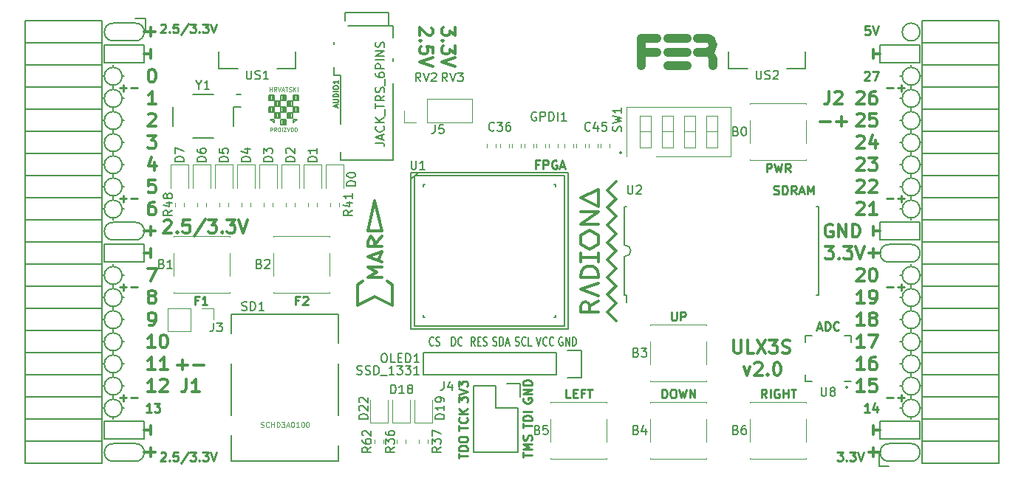
<source format=gto>
G04 #@! TF.GenerationSoftware,KiCad,Pcbnew,5.0.0-rc2+dfsg1-3*
G04 #@! TF.CreationDate,2018-07-05T08:41:50+02:00*
G04 #@! TF.ProjectId,ulx3s,756C7833732E6B696361645F70636200,rev?*
G04 #@! TF.SameCoordinates,Original*
G04 #@! TF.FileFunction,Legend,Top*
G04 #@! TF.FilePolarity,Positive*
%FSLAX46Y46*%
G04 Gerber Fmt 4.6, Leading zero omitted, Abs format (unit mm)*
G04 Created by KiCad (PCBNEW 5.0.0-rc2+dfsg1-3) date Thu Jul  5 08:41:50 2018*
%MOMM*%
%LPD*%
G01*
G04 APERTURE LIST*
%ADD10C,0.250000*%
%ADD11C,0.200000*%
%ADD12C,0.300000*%
%ADD13C,0.150000*%
%ADD14C,1.000000*%
%ADD15C,0.120000*%
%ADD16C,0.152400*%
%ADD17C,0.124460*%
%ADD18C,0.075000*%
G04 APERTURE END LIST*
D10*
X116641666Y-93497571D02*
X116308333Y-93497571D01*
X116308333Y-94021380D02*
X116308333Y-93021380D01*
X116784523Y-93021380D01*
X117117857Y-93116619D02*
X117165476Y-93069000D01*
X117260714Y-93021380D01*
X117498809Y-93021380D01*
X117594047Y-93069000D01*
X117641666Y-93116619D01*
X117689285Y-93211857D01*
X117689285Y-93307095D01*
X117641666Y-93449952D01*
X117070238Y-94021380D01*
X117689285Y-94021380D01*
X105084666Y-93497571D02*
X104751333Y-93497571D01*
X104751333Y-94021380D02*
X104751333Y-93021380D01*
X105227523Y-93021380D01*
X106132285Y-94021380D02*
X105560857Y-94021380D01*
X105846571Y-94021380D02*
X105846571Y-93021380D01*
X105751333Y-93164238D01*
X105656095Y-93259476D01*
X105560857Y-93307095D01*
X170236666Y-104689380D02*
X169903333Y-104213190D01*
X169665238Y-104689380D02*
X169665238Y-103689380D01*
X170046190Y-103689380D01*
X170141428Y-103737000D01*
X170189047Y-103784619D01*
X170236666Y-103879857D01*
X170236666Y-104022714D01*
X170189047Y-104117952D01*
X170141428Y-104165571D01*
X170046190Y-104213190D01*
X169665238Y-104213190D01*
X170665238Y-104689380D02*
X170665238Y-103689380D01*
X171665238Y-103737000D02*
X171570000Y-103689380D01*
X171427142Y-103689380D01*
X171284285Y-103737000D01*
X171189047Y-103832238D01*
X171141428Y-103927476D01*
X171093809Y-104117952D01*
X171093809Y-104260809D01*
X171141428Y-104451285D01*
X171189047Y-104546523D01*
X171284285Y-104641761D01*
X171427142Y-104689380D01*
X171522380Y-104689380D01*
X171665238Y-104641761D01*
X171712857Y-104594142D01*
X171712857Y-104260809D01*
X171522380Y-104260809D01*
X172141428Y-104689380D02*
X172141428Y-103689380D01*
X172141428Y-104165571D02*
X172712857Y-104165571D01*
X172712857Y-104689380D02*
X172712857Y-103689380D01*
X173046190Y-103689380D02*
X173617619Y-103689380D01*
X173331904Y-104689380D02*
X173331904Y-103689380D01*
X159354285Y-94799380D02*
X159354285Y-95608904D01*
X159401904Y-95704142D01*
X159449523Y-95751761D01*
X159544761Y-95799380D01*
X159735238Y-95799380D01*
X159830476Y-95751761D01*
X159878095Y-95704142D01*
X159925714Y-95608904D01*
X159925714Y-94799380D01*
X160401904Y-95799380D02*
X160401904Y-94799380D01*
X160782857Y-94799380D01*
X160878095Y-94847000D01*
X160925714Y-94894619D01*
X160973333Y-94989857D01*
X160973333Y-95132714D01*
X160925714Y-95227952D01*
X160878095Y-95275571D01*
X160782857Y-95323190D01*
X160401904Y-95323190D01*
X158259047Y-104689380D02*
X158259047Y-103689380D01*
X158497142Y-103689380D01*
X158640000Y-103737000D01*
X158735238Y-103832238D01*
X158782857Y-103927476D01*
X158830476Y-104117952D01*
X158830476Y-104260809D01*
X158782857Y-104451285D01*
X158735238Y-104546523D01*
X158640000Y-104641761D01*
X158497142Y-104689380D01*
X158259047Y-104689380D01*
X159449523Y-103689380D02*
X159640000Y-103689380D01*
X159735238Y-103737000D01*
X159830476Y-103832238D01*
X159878095Y-104022714D01*
X159878095Y-104356047D01*
X159830476Y-104546523D01*
X159735238Y-104641761D01*
X159640000Y-104689380D01*
X159449523Y-104689380D01*
X159354285Y-104641761D01*
X159259047Y-104546523D01*
X159211428Y-104356047D01*
X159211428Y-104022714D01*
X159259047Y-103832238D01*
X159354285Y-103737000D01*
X159449523Y-103689380D01*
X160211428Y-103689380D02*
X160449523Y-104689380D01*
X160640000Y-103975095D01*
X160830476Y-104689380D01*
X161068571Y-103689380D01*
X161449523Y-104689380D02*
X161449523Y-103689380D01*
X162020952Y-104689380D01*
X162020952Y-103689380D01*
X147757619Y-104689380D02*
X147281428Y-104689380D01*
X147281428Y-103689380D01*
X148090952Y-104165571D02*
X148424285Y-104165571D01*
X148567142Y-104689380D02*
X148090952Y-104689380D01*
X148090952Y-103689380D01*
X148567142Y-103689380D01*
X149329047Y-104165571D02*
X148995714Y-104165571D01*
X148995714Y-104689380D02*
X148995714Y-103689380D01*
X149471904Y-103689380D01*
X149710000Y-103689380D02*
X150281428Y-103689380D01*
X149995714Y-104689380D02*
X149995714Y-103689380D01*
X170251666Y-78781380D02*
X170251666Y-77781380D01*
X170632619Y-77781380D01*
X170727857Y-77829000D01*
X170775476Y-77876619D01*
X170823095Y-77971857D01*
X170823095Y-78114714D01*
X170775476Y-78209952D01*
X170727857Y-78257571D01*
X170632619Y-78305190D01*
X170251666Y-78305190D01*
X171156428Y-77781380D02*
X171394523Y-78781380D01*
X171585000Y-78067095D01*
X171775476Y-78781380D01*
X172013571Y-77781380D01*
X172965952Y-78781380D02*
X172632619Y-78305190D01*
X172394523Y-78781380D02*
X172394523Y-77781380D01*
X172775476Y-77781380D01*
X172870714Y-77829000D01*
X172918333Y-77876619D01*
X172965952Y-77971857D01*
X172965952Y-78114714D01*
X172918333Y-78209952D01*
X172870714Y-78257571D01*
X172775476Y-78305190D01*
X172394523Y-78305190D01*
D11*
X153678000Y-76551000D02*
G75*
G03X153678000Y-76551000I-127000J0D01*
G01*
X179586000Y-103475000D02*
G75*
G03X179586000Y-103475000I-127000J0D01*
G01*
D12*
X134560428Y-62144714D02*
X134560428Y-63073285D01*
X133989000Y-62573285D01*
X133989000Y-62787571D01*
X133917571Y-62930428D01*
X133846142Y-63001857D01*
X133703285Y-63073285D01*
X133346142Y-63073285D01*
X133203285Y-63001857D01*
X133131857Y-62930428D01*
X133060428Y-62787571D01*
X133060428Y-62359000D01*
X133131857Y-62216142D01*
X133203285Y-62144714D01*
X133203285Y-63716142D02*
X133131857Y-63787571D01*
X133060428Y-63716142D01*
X133131857Y-63644714D01*
X133203285Y-63716142D01*
X133060428Y-63716142D01*
X134560428Y-64287571D02*
X134560428Y-65216142D01*
X133989000Y-64716142D01*
X133989000Y-64930428D01*
X133917571Y-65073285D01*
X133846142Y-65144714D01*
X133703285Y-65216142D01*
X133346142Y-65216142D01*
X133203285Y-65144714D01*
X133131857Y-65073285D01*
X133060428Y-64930428D01*
X133060428Y-64501857D01*
X133131857Y-64359000D01*
X133203285Y-64287571D01*
X134560428Y-65644714D02*
X133060428Y-66144714D01*
X134560428Y-66644714D01*
X131877571Y-62216142D02*
X131949000Y-62287571D01*
X132020428Y-62430428D01*
X132020428Y-62787571D01*
X131949000Y-62930428D01*
X131877571Y-63001857D01*
X131734714Y-63073285D01*
X131591857Y-63073285D01*
X131377571Y-63001857D01*
X130520428Y-62144714D01*
X130520428Y-63073285D01*
X130663285Y-63716142D02*
X130591857Y-63787571D01*
X130520428Y-63716142D01*
X130591857Y-63644714D01*
X130663285Y-63716142D01*
X130520428Y-63716142D01*
X132020428Y-65144714D02*
X132020428Y-64430428D01*
X131306142Y-64359000D01*
X131377571Y-64430428D01*
X131449000Y-64573285D01*
X131449000Y-64930428D01*
X131377571Y-65073285D01*
X131306142Y-65144714D01*
X131163285Y-65216142D01*
X130806142Y-65216142D01*
X130663285Y-65144714D01*
X130591857Y-65073285D01*
X130520428Y-64930428D01*
X130520428Y-64573285D01*
X130591857Y-64430428D01*
X130663285Y-64359000D01*
X132020428Y-65644714D02*
X130520428Y-66144714D01*
X132020428Y-66644714D01*
X102760000Y-100897142D02*
X103902857Y-100897142D01*
X103331428Y-101468571D02*
X103331428Y-100325714D01*
X104617142Y-100897142D02*
X105760000Y-100897142D01*
X167664142Y-101121571D02*
X168021285Y-102121571D01*
X168378428Y-101121571D01*
X168878428Y-100764428D02*
X168949857Y-100693000D01*
X169092714Y-100621571D01*
X169449857Y-100621571D01*
X169592714Y-100693000D01*
X169664142Y-100764428D01*
X169735571Y-100907285D01*
X169735571Y-101050142D01*
X169664142Y-101264428D01*
X168807000Y-102121571D01*
X169735571Y-102121571D01*
X170378428Y-101978714D02*
X170449857Y-102050142D01*
X170378428Y-102121571D01*
X170307000Y-102050142D01*
X170378428Y-101978714D01*
X170378428Y-102121571D01*
X171378428Y-100621571D02*
X171521285Y-100621571D01*
X171664142Y-100693000D01*
X171735571Y-100764428D01*
X171807000Y-100907285D01*
X171878428Y-101193000D01*
X171878428Y-101550142D01*
X171807000Y-101835857D01*
X171735571Y-101978714D01*
X171664142Y-102050142D01*
X171521285Y-102121571D01*
X171378428Y-102121571D01*
X171235571Y-102050142D01*
X171164142Y-101978714D01*
X171092714Y-101835857D01*
X171021285Y-101550142D01*
X171021285Y-101193000D01*
X171092714Y-100907285D01*
X171164142Y-100764428D01*
X171235571Y-100693000D01*
X171378428Y-100621571D01*
X182492000Y-87582000D02*
X182492000Y-88598000D01*
X181984000Y-88090000D02*
X183254000Y-88090000D01*
X182492000Y-110442000D02*
X182492000Y-111458000D01*
X183254000Y-110950000D02*
X181984000Y-110950000D01*
X99688000Y-110442000D02*
X99688000Y-111458000D01*
X98926000Y-110950000D02*
X100196000Y-110950000D01*
X99688000Y-62182000D02*
X99688000Y-63198000D01*
X98926000Y-62690000D02*
X100196000Y-62690000D01*
X99688000Y-85042000D02*
X99688000Y-86058000D01*
X98926000Y-85550000D02*
X100196000Y-85550000D01*
D11*
X97910000Y-63706000D02*
G75*
G03X97910000Y-61674000I0J1016000D01*
G01*
X184270000Y-109934000D02*
G75*
G03X184270000Y-111966000I0J-1016000D01*
G01*
X95370000Y-111966000D02*
X97910000Y-111966000D01*
X95370000Y-109934000D02*
X97910000Y-109934000D01*
X97910000Y-111966000D02*
G75*
G03X97910000Y-109934000I0J1016000D01*
G01*
X95370000Y-109934000D02*
G75*
G03X95370000Y-111966000I0J-1016000D01*
G01*
X95370000Y-61674000D02*
X97910000Y-61674000D01*
X95370000Y-63706000D02*
X97910000Y-63706000D01*
X95370000Y-61674000D02*
G75*
G03X95370000Y-63706000I0J-1016000D01*
G01*
X95370000Y-84534000D02*
X97910000Y-84534000D01*
X95370000Y-86566000D02*
X97910000Y-86566000D01*
X95370000Y-84534000D02*
G75*
G03X95370000Y-86566000I0J-1016000D01*
G01*
X97910000Y-86566000D02*
G75*
G03X97910000Y-84534000I0J1016000D01*
G01*
X187826000Y-62690000D02*
G75*
G03X187826000Y-62690000I-1016000J0D01*
G01*
X184270000Y-89106000D02*
X186810000Y-89106000D01*
X184270000Y-87074000D02*
X186810000Y-87074000D01*
X184270000Y-87074000D02*
G75*
G03X184270000Y-89106000I0J-1016000D01*
G01*
X186810000Y-89106000D02*
G75*
G03X186810000Y-87074000I0J1016000D01*
G01*
X186810000Y-111966000D02*
X184270000Y-111966000D01*
X186810000Y-109934000D02*
X184270000Y-109934000D01*
X186810000Y-111966000D02*
G75*
G03X186810000Y-109934000I0J1016000D01*
G01*
X94354000Y-66246000D02*
X94354000Y-64214000D01*
X98926000Y-66246000D02*
X94354000Y-66246000D01*
X98926000Y-64214000D02*
X98926000Y-66246000D01*
X94354000Y-64214000D02*
X98926000Y-64214000D01*
X94354000Y-87074000D02*
X98926000Y-87074000D01*
X94354000Y-89106000D02*
X94354000Y-87074000D01*
X98926000Y-89106000D02*
X94354000Y-89106000D01*
X98926000Y-87074000D02*
X98926000Y-89106000D01*
X94354000Y-109426000D02*
X98926000Y-109426000D01*
X94354000Y-107394000D02*
X94354000Y-109426000D01*
X98926000Y-107394000D02*
X94354000Y-107394000D01*
X98926000Y-109426000D02*
X98926000Y-107394000D01*
X183254000Y-109426000D02*
X187826000Y-109426000D01*
X183254000Y-107394000D02*
X183254000Y-109426000D01*
X187826000Y-107394000D02*
X187826000Y-109426000D01*
X183254000Y-107394000D02*
X187826000Y-107394000D01*
X183254000Y-66246000D02*
X187826000Y-66246000D01*
X183254000Y-64214000D02*
X183254000Y-66246000D01*
X187826000Y-64214000D02*
X183254000Y-64214000D01*
X187826000Y-66246000D02*
X187826000Y-64214000D01*
X183254000Y-84534000D02*
X187826000Y-84534000D01*
X183254000Y-86566000D02*
X183254000Y-84534000D01*
X187826000Y-86566000D02*
X183254000Y-86566000D01*
X187826000Y-84534000D02*
X187826000Y-86566000D01*
D10*
X96148000Y-69111428D02*
X96909904Y-69111428D01*
X96528952Y-69492380D02*
X96528952Y-68730476D01*
X97386095Y-69111428D02*
X98148000Y-69111428D01*
X96148000Y-81811428D02*
X96909904Y-81811428D01*
X96528952Y-82192380D02*
X96528952Y-81430476D01*
X97386095Y-81811428D02*
X98148000Y-81811428D01*
X96148000Y-91971428D02*
X96909904Y-91971428D01*
X96528952Y-92352380D02*
X96528952Y-91590476D01*
X97386095Y-91971428D02*
X98148000Y-91971428D01*
X96148000Y-104671428D02*
X96909904Y-104671428D01*
X96528952Y-105052380D02*
X96528952Y-104290476D01*
X97386095Y-104671428D02*
X98148000Y-104671428D01*
X184032000Y-104671428D02*
X184793904Y-104671428D01*
X185270095Y-104671428D02*
X186032000Y-104671428D01*
X185651047Y-105052380D02*
X185651047Y-104290476D01*
X184032000Y-91971428D02*
X184793904Y-91971428D01*
X185270095Y-91971428D02*
X186032000Y-91971428D01*
X185651047Y-92352380D02*
X185651047Y-91590476D01*
X184032000Y-81811428D02*
X184793904Y-81811428D01*
X185270095Y-81811428D02*
X186032000Y-81811428D01*
X185651047Y-82192380D02*
X185651047Y-81430476D01*
X184032000Y-69111428D02*
X184793904Y-69111428D01*
X185270095Y-69111428D02*
X186032000Y-69111428D01*
X185651047Y-69492380D02*
X185651047Y-68730476D01*
D12*
X176420000Y-72957142D02*
X177562857Y-72957142D01*
X178277142Y-72957142D02*
X179420000Y-72957142D01*
X178848571Y-73528571D02*
X178848571Y-72385714D01*
D11*
X187826000Y-67770000D02*
G75*
G03X187826000Y-67770000I-1016000J0D01*
G01*
X187826000Y-70310000D02*
G75*
G03X187826000Y-70310000I-1016000J0D01*
G01*
X187826000Y-72850000D02*
G75*
G03X187826000Y-72850000I-1016000J0D01*
G01*
X187826000Y-75390000D02*
G75*
G03X187826000Y-75390000I-1016000J0D01*
G01*
X187826000Y-77930000D02*
G75*
G03X187826000Y-77930000I-1016000J0D01*
G01*
X187826000Y-80470000D02*
G75*
G03X187826000Y-80470000I-1016000J0D01*
G01*
X187826000Y-83010000D02*
G75*
G03X187826000Y-83010000I-1016000J0D01*
G01*
X187826000Y-90630000D02*
G75*
G03X187826000Y-90630000I-1016000J0D01*
G01*
X187826000Y-93170000D02*
G75*
G03X187826000Y-93170000I-1016000J0D01*
G01*
X187826000Y-95710000D02*
G75*
G03X187826000Y-95710000I-1016000J0D01*
G01*
X187826000Y-98250000D02*
G75*
G03X187826000Y-98250000I-1016000J0D01*
G01*
X187826000Y-100790000D02*
G75*
G03X187826000Y-100790000I-1016000J0D01*
G01*
X187826000Y-103330000D02*
G75*
G03X187826000Y-103330000I-1016000J0D01*
G01*
X187826000Y-105870000D02*
G75*
G03X187826000Y-105870000I-1016000J0D01*
G01*
X96386000Y-105870000D02*
G75*
G03X96386000Y-105870000I-1016000J0D01*
G01*
X96386000Y-103330000D02*
G75*
G03X96386000Y-103330000I-1016000J0D01*
G01*
X96386000Y-100790000D02*
G75*
G03X96386000Y-100790000I-1016000J0D01*
G01*
X96386000Y-98250000D02*
G75*
G03X96386000Y-98250000I-1016000J0D01*
G01*
X96386000Y-95710000D02*
G75*
G03X96386000Y-95710000I-1016000J0D01*
G01*
X96386000Y-93170000D02*
G75*
G03X96386000Y-93170000I-1016000J0D01*
G01*
X96386000Y-90630000D02*
G75*
G03X96386000Y-90630000I-1016000J0D01*
G01*
X96386000Y-83010000D02*
G75*
G03X96386000Y-83010000I-1016000J0D01*
G01*
X96386000Y-80470000D02*
G75*
G03X96386000Y-80470000I-1016000J0D01*
G01*
X96386000Y-77930000D02*
G75*
G03X96386000Y-77930000I-1016000J0D01*
G01*
X96386000Y-75390000D02*
G75*
G03X96386000Y-75390000I-1016000J0D01*
G01*
X96386000Y-72850000D02*
G75*
G03X96386000Y-72850000I-1016000J0D01*
G01*
X96386000Y-70310000D02*
G75*
G03X96386000Y-70310000I-1016000J0D01*
G01*
X96386000Y-67770000D02*
G75*
G03X96386000Y-67770000I-1016000J0D01*
G01*
D12*
X177793142Y-84800000D02*
X177650285Y-84728571D01*
X177436000Y-84728571D01*
X177221714Y-84800000D01*
X177078857Y-84942857D01*
X177007428Y-85085714D01*
X176936000Y-85371428D01*
X176936000Y-85585714D01*
X177007428Y-85871428D01*
X177078857Y-86014285D01*
X177221714Y-86157142D01*
X177436000Y-86228571D01*
X177578857Y-86228571D01*
X177793142Y-86157142D01*
X177864571Y-86085714D01*
X177864571Y-85585714D01*
X177578857Y-85585714D01*
X178507428Y-86228571D02*
X178507428Y-84728571D01*
X179364571Y-86228571D01*
X179364571Y-84728571D01*
X180078857Y-86228571D02*
X180078857Y-84728571D01*
X180436000Y-84728571D01*
X180650285Y-84800000D01*
X180793142Y-84942857D01*
X180864571Y-85085714D01*
X180936000Y-85371428D01*
X180936000Y-85585714D01*
X180864571Y-85871428D01*
X180793142Y-86014285D01*
X180650285Y-86157142D01*
X180436000Y-86228571D01*
X180078857Y-86228571D01*
X182492000Y-86058000D02*
X182492000Y-85042000D01*
X183254000Y-85550000D02*
X182492000Y-85550000D01*
X182492000Y-107902000D02*
X182492000Y-108918000D01*
X182492000Y-108410000D02*
X183254000Y-108410000D01*
D10*
X182047523Y-106322380D02*
X181476095Y-106322380D01*
X181761809Y-106322380D02*
X181761809Y-105322380D01*
X181666571Y-105465238D01*
X181571333Y-105560476D01*
X181476095Y-105608095D01*
X182904666Y-105655714D02*
X182904666Y-106322380D01*
X182666571Y-105274761D02*
X182428476Y-105989047D01*
X183047523Y-105989047D01*
X181476095Y-67317619D02*
X181523714Y-67270000D01*
X181618952Y-67222380D01*
X181857047Y-67222380D01*
X181952285Y-67270000D01*
X181999904Y-67317619D01*
X182047523Y-67412857D01*
X182047523Y-67508095D01*
X181999904Y-67650952D01*
X181428476Y-68222380D01*
X182047523Y-68222380D01*
X182380857Y-67222380D02*
X183047523Y-67222380D01*
X182618952Y-68222380D01*
D12*
X182492000Y-64722000D02*
X182492000Y-65738000D01*
X182492000Y-65230000D02*
X183254000Y-65230000D01*
X99688000Y-107902000D02*
X99688000Y-108918000D01*
X98926000Y-108410000D02*
X99688000Y-108410000D01*
X99315000Y-74568571D02*
X100243571Y-74568571D01*
X99743571Y-75140000D01*
X99957857Y-75140000D01*
X100100714Y-75211428D01*
X100172142Y-75282857D01*
X100243571Y-75425714D01*
X100243571Y-75782857D01*
X100172142Y-75925714D01*
X100100714Y-75997142D01*
X99957857Y-76068571D01*
X99529285Y-76068571D01*
X99386428Y-75997142D01*
X99315000Y-75925714D01*
X100100714Y-77608571D02*
X100100714Y-78608571D01*
X99743571Y-77037142D02*
X99386428Y-78108571D01*
X100315000Y-78108571D01*
X100172142Y-79648571D02*
X99457857Y-79648571D01*
X99386428Y-80362857D01*
X99457857Y-80291428D01*
X99600714Y-80220000D01*
X99957857Y-80220000D01*
X100100714Y-80291428D01*
X100172142Y-80362857D01*
X100243571Y-80505714D01*
X100243571Y-80862857D01*
X100172142Y-81005714D01*
X100100714Y-81077142D01*
X99957857Y-81148571D01*
X99600714Y-81148571D01*
X99457857Y-81077142D01*
X99386428Y-81005714D01*
D10*
X99751523Y-106322380D02*
X99180095Y-106322380D01*
X99465809Y-106322380D02*
X99465809Y-105322380D01*
X99370571Y-105465238D01*
X99275333Y-105560476D01*
X99180095Y-105608095D01*
X100084857Y-105322380D02*
X100703904Y-105322380D01*
X100370571Y-105703333D01*
X100513428Y-105703333D01*
X100608666Y-105750952D01*
X100656285Y-105798571D01*
X100703904Y-105893809D01*
X100703904Y-106131904D01*
X100656285Y-106227142D01*
X100608666Y-106274761D01*
X100513428Y-106322380D01*
X100227714Y-106322380D01*
X100132476Y-106274761D01*
X100084857Y-106227142D01*
D12*
X99315000Y-89808571D02*
X100315000Y-89808571D01*
X99672142Y-91308571D01*
X99688000Y-87582000D02*
X99688000Y-88598000D01*
X98926000Y-88090000D02*
X99688000Y-88090000D01*
X99688000Y-64722000D02*
X99688000Y-65738000D01*
X98926000Y-65230000D02*
X99688000Y-65230000D01*
D10*
X100817976Y-61874619D02*
X100865595Y-61827000D01*
X100960833Y-61779380D01*
X101198928Y-61779380D01*
X101294166Y-61827000D01*
X101341785Y-61874619D01*
X101389404Y-61969857D01*
X101389404Y-62065095D01*
X101341785Y-62207952D01*
X100770357Y-62779380D01*
X101389404Y-62779380D01*
X101817976Y-62684142D02*
X101865595Y-62731761D01*
X101817976Y-62779380D01*
X101770357Y-62731761D01*
X101817976Y-62684142D01*
X101817976Y-62779380D01*
X102770357Y-61779380D02*
X102294166Y-61779380D01*
X102246547Y-62255571D01*
X102294166Y-62207952D01*
X102389404Y-62160333D01*
X102627500Y-62160333D01*
X102722738Y-62207952D01*
X102770357Y-62255571D01*
X102817976Y-62350809D01*
X102817976Y-62588904D01*
X102770357Y-62684142D01*
X102722738Y-62731761D01*
X102627500Y-62779380D01*
X102389404Y-62779380D01*
X102294166Y-62731761D01*
X102246547Y-62684142D01*
X103960833Y-61731761D02*
X103103690Y-63017476D01*
X104198928Y-61779380D02*
X104817976Y-61779380D01*
X104484642Y-62160333D01*
X104627500Y-62160333D01*
X104722738Y-62207952D01*
X104770357Y-62255571D01*
X104817976Y-62350809D01*
X104817976Y-62588904D01*
X104770357Y-62684142D01*
X104722738Y-62731761D01*
X104627500Y-62779380D01*
X104341785Y-62779380D01*
X104246547Y-62731761D01*
X104198928Y-62684142D01*
X105246547Y-62684142D02*
X105294166Y-62731761D01*
X105246547Y-62779380D01*
X105198928Y-62731761D01*
X105246547Y-62684142D01*
X105246547Y-62779380D01*
X105627500Y-61779380D02*
X106246547Y-61779380D01*
X105913214Y-62160333D01*
X106056071Y-62160333D01*
X106151309Y-62207952D01*
X106198928Y-62255571D01*
X106246547Y-62350809D01*
X106246547Y-62588904D01*
X106198928Y-62684142D01*
X106151309Y-62731761D01*
X106056071Y-62779380D01*
X105770357Y-62779380D01*
X105675119Y-62731761D01*
X105627500Y-62684142D01*
X106532261Y-61779380D02*
X106865595Y-62779380D01*
X107198928Y-61779380D01*
X178360261Y-110910380D02*
X178979309Y-110910380D01*
X178645976Y-111291333D01*
X178788833Y-111291333D01*
X178884071Y-111338952D01*
X178931690Y-111386571D01*
X178979309Y-111481809D01*
X178979309Y-111719904D01*
X178931690Y-111815142D01*
X178884071Y-111862761D01*
X178788833Y-111910380D01*
X178503119Y-111910380D01*
X178407880Y-111862761D01*
X178360261Y-111815142D01*
X179407880Y-111815142D02*
X179455500Y-111862761D01*
X179407880Y-111910380D01*
X179360261Y-111862761D01*
X179407880Y-111815142D01*
X179407880Y-111910380D01*
X179788833Y-110910380D02*
X180407880Y-110910380D01*
X180074547Y-111291333D01*
X180217404Y-111291333D01*
X180312642Y-111338952D01*
X180360261Y-111386571D01*
X180407880Y-111481809D01*
X180407880Y-111719904D01*
X180360261Y-111815142D01*
X180312642Y-111862761D01*
X180217404Y-111910380D01*
X179931690Y-111910380D01*
X179836452Y-111862761D01*
X179788833Y-111815142D01*
X180693595Y-110910380D02*
X181026928Y-111910380D01*
X181360261Y-110910380D01*
D12*
X101199714Y-84381428D02*
X101271142Y-84310000D01*
X101414000Y-84238571D01*
X101771142Y-84238571D01*
X101914000Y-84310000D01*
X101985428Y-84381428D01*
X102056857Y-84524285D01*
X102056857Y-84667142D01*
X101985428Y-84881428D01*
X101128285Y-85738571D01*
X102056857Y-85738571D01*
X102699714Y-85595714D02*
X102771142Y-85667142D01*
X102699714Y-85738571D01*
X102628285Y-85667142D01*
X102699714Y-85595714D01*
X102699714Y-85738571D01*
X104128285Y-84238571D02*
X103414000Y-84238571D01*
X103342571Y-84952857D01*
X103414000Y-84881428D01*
X103556857Y-84810000D01*
X103914000Y-84810000D01*
X104056857Y-84881428D01*
X104128285Y-84952857D01*
X104199714Y-85095714D01*
X104199714Y-85452857D01*
X104128285Y-85595714D01*
X104056857Y-85667142D01*
X103914000Y-85738571D01*
X103556857Y-85738571D01*
X103414000Y-85667142D01*
X103342571Y-85595714D01*
X105914000Y-84167142D02*
X104628285Y-86095714D01*
X106271142Y-84238571D02*
X107199714Y-84238571D01*
X106699714Y-84810000D01*
X106914000Y-84810000D01*
X107056857Y-84881428D01*
X107128285Y-84952857D01*
X107199714Y-85095714D01*
X107199714Y-85452857D01*
X107128285Y-85595714D01*
X107056857Y-85667142D01*
X106914000Y-85738571D01*
X106485428Y-85738571D01*
X106342571Y-85667142D01*
X106271142Y-85595714D01*
X107842571Y-85595714D02*
X107914000Y-85667142D01*
X107842571Y-85738571D01*
X107771142Y-85667142D01*
X107842571Y-85595714D01*
X107842571Y-85738571D01*
X108414000Y-84238571D02*
X109342571Y-84238571D01*
X108842571Y-84810000D01*
X109056857Y-84810000D01*
X109199714Y-84881428D01*
X109271142Y-84952857D01*
X109342571Y-85095714D01*
X109342571Y-85452857D01*
X109271142Y-85595714D01*
X109199714Y-85667142D01*
X109056857Y-85738571D01*
X108628285Y-85738571D01*
X108485428Y-85667142D01*
X108414000Y-85595714D01*
X109771142Y-84238571D02*
X110271142Y-85738571D01*
X110771142Y-84238571D01*
D10*
X100817976Y-111023619D02*
X100865595Y-110976000D01*
X100960833Y-110928380D01*
X101198928Y-110928380D01*
X101294166Y-110976000D01*
X101341785Y-111023619D01*
X101389404Y-111118857D01*
X101389404Y-111214095D01*
X101341785Y-111356952D01*
X100770357Y-111928380D01*
X101389404Y-111928380D01*
X101817976Y-111833142D02*
X101865595Y-111880761D01*
X101817976Y-111928380D01*
X101770357Y-111880761D01*
X101817976Y-111833142D01*
X101817976Y-111928380D01*
X102770357Y-110928380D02*
X102294166Y-110928380D01*
X102246547Y-111404571D01*
X102294166Y-111356952D01*
X102389404Y-111309333D01*
X102627500Y-111309333D01*
X102722738Y-111356952D01*
X102770357Y-111404571D01*
X102817976Y-111499809D01*
X102817976Y-111737904D01*
X102770357Y-111833142D01*
X102722738Y-111880761D01*
X102627500Y-111928380D01*
X102389404Y-111928380D01*
X102294166Y-111880761D01*
X102246547Y-111833142D01*
X103960833Y-110880761D02*
X103103690Y-112166476D01*
X104198928Y-110928380D02*
X104817976Y-110928380D01*
X104484642Y-111309333D01*
X104627500Y-111309333D01*
X104722738Y-111356952D01*
X104770357Y-111404571D01*
X104817976Y-111499809D01*
X104817976Y-111737904D01*
X104770357Y-111833142D01*
X104722738Y-111880761D01*
X104627500Y-111928380D01*
X104341785Y-111928380D01*
X104246547Y-111880761D01*
X104198928Y-111833142D01*
X105246547Y-111833142D02*
X105294166Y-111880761D01*
X105246547Y-111928380D01*
X105198928Y-111880761D01*
X105246547Y-111833142D01*
X105246547Y-111928380D01*
X105627500Y-110928380D02*
X106246547Y-110928380D01*
X105913214Y-111309333D01*
X106056071Y-111309333D01*
X106151309Y-111356952D01*
X106198928Y-111404571D01*
X106246547Y-111499809D01*
X106246547Y-111737904D01*
X106198928Y-111833142D01*
X106151309Y-111880761D01*
X106056071Y-111928380D01*
X105770357Y-111928380D01*
X105675119Y-111880761D01*
X105627500Y-111833142D01*
X106532261Y-110928380D02*
X106865595Y-111928380D01*
X107198928Y-110928380D01*
X182047523Y-62015380D02*
X181571333Y-62015380D01*
X181523714Y-62491571D01*
X181571333Y-62443952D01*
X181666571Y-62396333D01*
X181904666Y-62396333D01*
X181999904Y-62443952D01*
X182047523Y-62491571D01*
X182095142Y-62586809D01*
X182095142Y-62824904D01*
X182047523Y-62920142D01*
X181999904Y-62967761D01*
X181904666Y-63015380D01*
X181666571Y-63015380D01*
X181571333Y-62967761D01*
X181523714Y-62920142D01*
X182380857Y-62015380D02*
X182714190Y-63015380D01*
X183047523Y-62015380D01*
D12*
X180587142Y-69631428D02*
X180658571Y-69560000D01*
X180801428Y-69488571D01*
X181158571Y-69488571D01*
X181301428Y-69560000D01*
X181372857Y-69631428D01*
X181444285Y-69774285D01*
X181444285Y-69917142D01*
X181372857Y-70131428D01*
X180515714Y-70988571D01*
X181444285Y-70988571D01*
X182730000Y-69488571D02*
X182444285Y-69488571D01*
X182301428Y-69560000D01*
X182230000Y-69631428D01*
X182087142Y-69845714D01*
X182015714Y-70131428D01*
X182015714Y-70702857D01*
X182087142Y-70845714D01*
X182158571Y-70917142D01*
X182301428Y-70988571D01*
X182587142Y-70988571D01*
X182730000Y-70917142D01*
X182801428Y-70845714D01*
X182872857Y-70702857D01*
X182872857Y-70345714D01*
X182801428Y-70202857D01*
X182730000Y-70131428D01*
X182587142Y-70060000D01*
X182301428Y-70060000D01*
X182158571Y-70131428D01*
X182087142Y-70202857D01*
X182015714Y-70345714D01*
X180587142Y-72171428D02*
X180658571Y-72100000D01*
X180801428Y-72028571D01*
X181158571Y-72028571D01*
X181301428Y-72100000D01*
X181372857Y-72171428D01*
X181444285Y-72314285D01*
X181444285Y-72457142D01*
X181372857Y-72671428D01*
X180515714Y-73528571D01*
X181444285Y-73528571D01*
X182801428Y-72028571D02*
X182087142Y-72028571D01*
X182015714Y-72742857D01*
X182087142Y-72671428D01*
X182230000Y-72600000D01*
X182587142Y-72600000D01*
X182730000Y-72671428D01*
X182801428Y-72742857D01*
X182872857Y-72885714D01*
X182872857Y-73242857D01*
X182801428Y-73385714D01*
X182730000Y-73457142D01*
X182587142Y-73528571D01*
X182230000Y-73528571D01*
X182087142Y-73457142D01*
X182015714Y-73385714D01*
X180587142Y-74711428D02*
X180658571Y-74640000D01*
X180801428Y-74568571D01*
X181158571Y-74568571D01*
X181301428Y-74640000D01*
X181372857Y-74711428D01*
X181444285Y-74854285D01*
X181444285Y-74997142D01*
X181372857Y-75211428D01*
X180515714Y-76068571D01*
X181444285Y-76068571D01*
X182730000Y-75068571D02*
X182730000Y-76068571D01*
X182372857Y-74497142D02*
X182015714Y-75568571D01*
X182944285Y-75568571D01*
X180587142Y-77251428D02*
X180658571Y-77180000D01*
X180801428Y-77108571D01*
X181158571Y-77108571D01*
X181301428Y-77180000D01*
X181372857Y-77251428D01*
X181444285Y-77394285D01*
X181444285Y-77537142D01*
X181372857Y-77751428D01*
X180515714Y-78608571D01*
X181444285Y-78608571D01*
X181944285Y-77108571D02*
X182872857Y-77108571D01*
X182372857Y-77680000D01*
X182587142Y-77680000D01*
X182730000Y-77751428D01*
X182801428Y-77822857D01*
X182872857Y-77965714D01*
X182872857Y-78322857D01*
X182801428Y-78465714D01*
X182730000Y-78537142D01*
X182587142Y-78608571D01*
X182158571Y-78608571D01*
X182015714Y-78537142D01*
X181944285Y-78465714D01*
X180587142Y-79791428D02*
X180658571Y-79720000D01*
X180801428Y-79648571D01*
X181158571Y-79648571D01*
X181301428Y-79720000D01*
X181372857Y-79791428D01*
X181444285Y-79934285D01*
X181444285Y-80077142D01*
X181372857Y-80291428D01*
X180515714Y-81148571D01*
X181444285Y-81148571D01*
X182015714Y-79791428D02*
X182087142Y-79720000D01*
X182230000Y-79648571D01*
X182587142Y-79648571D01*
X182730000Y-79720000D01*
X182801428Y-79791428D01*
X182872857Y-79934285D01*
X182872857Y-80077142D01*
X182801428Y-80291428D01*
X181944285Y-81148571D01*
X182872857Y-81148571D01*
X180587142Y-82331428D02*
X180658571Y-82260000D01*
X180801428Y-82188571D01*
X181158571Y-82188571D01*
X181301428Y-82260000D01*
X181372857Y-82331428D01*
X181444285Y-82474285D01*
X181444285Y-82617142D01*
X181372857Y-82831428D01*
X180515714Y-83688571D01*
X181444285Y-83688571D01*
X182872857Y-83688571D02*
X182015714Y-83688571D01*
X182444285Y-83688571D02*
X182444285Y-82188571D01*
X182301428Y-82402857D01*
X182158571Y-82545714D01*
X182015714Y-82617142D01*
X176975714Y-87268571D02*
X177904285Y-87268571D01*
X177404285Y-87840000D01*
X177618571Y-87840000D01*
X177761428Y-87911428D01*
X177832857Y-87982857D01*
X177904285Y-88125714D01*
X177904285Y-88482857D01*
X177832857Y-88625714D01*
X177761428Y-88697142D01*
X177618571Y-88768571D01*
X177190000Y-88768571D01*
X177047142Y-88697142D01*
X176975714Y-88625714D01*
X178547142Y-88625714D02*
X178618571Y-88697142D01*
X178547142Y-88768571D01*
X178475714Y-88697142D01*
X178547142Y-88625714D01*
X178547142Y-88768571D01*
X179118571Y-87268571D02*
X180047142Y-87268571D01*
X179547142Y-87840000D01*
X179761428Y-87840000D01*
X179904285Y-87911428D01*
X179975714Y-87982857D01*
X180047142Y-88125714D01*
X180047142Y-88482857D01*
X179975714Y-88625714D01*
X179904285Y-88697142D01*
X179761428Y-88768571D01*
X179332857Y-88768571D01*
X179190000Y-88697142D01*
X179118571Y-88625714D01*
X180475714Y-87268571D02*
X180975714Y-88768571D01*
X181475714Y-87268571D01*
X180587142Y-89951428D02*
X180658571Y-89880000D01*
X180801428Y-89808571D01*
X181158571Y-89808571D01*
X181301428Y-89880000D01*
X181372857Y-89951428D01*
X181444285Y-90094285D01*
X181444285Y-90237142D01*
X181372857Y-90451428D01*
X180515714Y-91308571D01*
X181444285Y-91308571D01*
X182372857Y-89808571D02*
X182515714Y-89808571D01*
X182658571Y-89880000D01*
X182730000Y-89951428D01*
X182801428Y-90094285D01*
X182872857Y-90380000D01*
X182872857Y-90737142D01*
X182801428Y-91022857D01*
X182730000Y-91165714D01*
X182658571Y-91237142D01*
X182515714Y-91308571D01*
X182372857Y-91308571D01*
X182230000Y-91237142D01*
X182158571Y-91165714D01*
X182087142Y-91022857D01*
X182015714Y-90737142D01*
X182015714Y-90380000D01*
X182087142Y-90094285D01*
X182158571Y-89951428D01*
X182230000Y-89880000D01*
X182372857Y-89808571D01*
X181444285Y-93848571D02*
X180587142Y-93848571D01*
X181015714Y-93848571D02*
X181015714Y-92348571D01*
X180872857Y-92562857D01*
X180730000Y-92705714D01*
X180587142Y-92777142D01*
X182158571Y-93848571D02*
X182444285Y-93848571D01*
X182587142Y-93777142D01*
X182658571Y-93705714D01*
X182801428Y-93491428D01*
X182872857Y-93205714D01*
X182872857Y-92634285D01*
X182801428Y-92491428D01*
X182730000Y-92420000D01*
X182587142Y-92348571D01*
X182301428Y-92348571D01*
X182158571Y-92420000D01*
X182087142Y-92491428D01*
X182015714Y-92634285D01*
X182015714Y-92991428D01*
X182087142Y-93134285D01*
X182158571Y-93205714D01*
X182301428Y-93277142D01*
X182587142Y-93277142D01*
X182730000Y-93205714D01*
X182801428Y-93134285D01*
X182872857Y-92991428D01*
X181444285Y-96388571D02*
X180587142Y-96388571D01*
X181015714Y-96388571D02*
X181015714Y-94888571D01*
X180872857Y-95102857D01*
X180730000Y-95245714D01*
X180587142Y-95317142D01*
X182301428Y-95531428D02*
X182158571Y-95460000D01*
X182087142Y-95388571D01*
X182015714Y-95245714D01*
X182015714Y-95174285D01*
X182087142Y-95031428D01*
X182158571Y-94960000D01*
X182301428Y-94888571D01*
X182587142Y-94888571D01*
X182730000Y-94960000D01*
X182801428Y-95031428D01*
X182872857Y-95174285D01*
X182872857Y-95245714D01*
X182801428Y-95388571D01*
X182730000Y-95460000D01*
X182587142Y-95531428D01*
X182301428Y-95531428D01*
X182158571Y-95602857D01*
X182087142Y-95674285D01*
X182015714Y-95817142D01*
X182015714Y-96102857D01*
X182087142Y-96245714D01*
X182158571Y-96317142D01*
X182301428Y-96388571D01*
X182587142Y-96388571D01*
X182730000Y-96317142D01*
X182801428Y-96245714D01*
X182872857Y-96102857D01*
X182872857Y-95817142D01*
X182801428Y-95674285D01*
X182730000Y-95602857D01*
X182587142Y-95531428D01*
X181444285Y-98928571D02*
X180587142Y-98928571D01*
X181015714Y-98928571D02*
X181015714Y-97428571D01*
X180872857Y-97642857D01*
X180730000Y-97785714D01*
X180587142Y-97857142D01*
X181944285Y-97428571D02*
X182944285Y-97428571D01*
X182301428Y-98928571D01*
X181444285Y-101468571D02*
X180587142Y-101468571D01*
X181015714Y-101468571D02*
X181015714Y-99968571D01*
X180872857Y-100182857D01*
X180730000Y-100325714D01*
X180587142Y-100397142D01*
X182730000Y-99968571D02*
X182444285Y-99968571D01*
X182301428Y-100040000D01*
X182230000Y-100111428D01*
X182087142Y-100325714D01*
X182015714Y-100611428D01*
X182015714Y-101182857D01*
X182087142Y-101325714D01*
X182158571Y-101397142D01*
X182301428Y-101468571D01*
X182587142Y-101468571D01*
X182730000Y-101397142D01*
X182801428Y-101325714D01*
X182872857Y-101182857D01*
X182872857Y-100825714D01*
X182801428Y-100682857D01*
X182730000Y-100611428D01*
X182587142Y-100540000D01*
X182301428Y-100540000D01*
X182158571Y-100611428D01*
X182087142Y-100682857D01*
X182015714Y-100825714D01*
X181444285Y-104008571D02*
X180587142Y-104008571D01*
X181015714Y-104008571D02*
X181015714Y-102508571D01*
X180872857Y-102722857D01*
X180730000Y-102865714D01*
X180587142Y-102937142D01*
X182801428Y-102508571D02*
X182087142Y-102508571D01*
X182015714Y-103222857D01*
X182087142Y-103151428D01*
X182230000Y-103080000D01*
X182587142Y-103080000D01*
X182730000Y-103151428D01*
X182801428Y-103222857D01*
X182872857Y-103365714D01*
X182872857Y-103722857D01*
X182801428Y-103865714D01*
X182730000Y-103937142D01*
X182587142Y-104008571D01*
X182230000Y-104008571D01*
X182087142Y-103937142D01*
X182015714Y-103865714D01*
D11*
X186810000Y-66500000D02*
X186810000Y-66754000D01*
X187826000Y-67770000D02*
X188080000Y-67770000D01*
X185540000Y-67770000D02*
X185794000Y-67770000D01*
X186810000Y-69294000D02*
X186810000Y-68786000D01*
X187826000Y-70310000D02*
X188080000Y-70310000D01*
X185540000Y-70310000D02*
X185794000Y-70310000D01*
X186810000Y-71326000D02*
X186810000Y-71834000D01*
X187826000Y-72850000D02*
X188080000Y-72850000D01*
X185540000Y-72850000D02*
X185794000Y-72850000D01*
X186810000Y-73866000D02*
X186810000Y-74374000D01*
X187826000Y-75390000D02*
X188080000Y-75390000D01*
X185540000Y-75390000D02*
X185794000Y-75390000D01*
X186810000Y-76406000D02*
X186810000Y-76914000D01*
X187826000Y-77930000D02*
X188080000Y-77930000D01*
X185540000Y-77930000D02*
X185794000Y-77930000D01*
X186810000Y-79454000D02*
X186810000Y-78946000D01*
X187826000Y-80470000D02*
X188080000Y-80470000D01*
X185540000Y-80470000D02*
X185794000Y-80470000D01*
X186810000Y-81994000D02*
X186810000Y-81486000D01*
X187826000Y-83010000D02*
X188080000Y-83010000D01*
X185540000Y-83010000D02*
X185794000Y-83010000D01*
X186810000Y-84026000D02*
X186810000Y-84280000D01*
X186810000Y-89360000D02*
X186810000Y-89614000D01*
X187826000Y-90630000D02*
X188080000Y-90630000D01*
X185540000Y-90630000D02*
X185794000Y-90630000D01*
X186810000Y-91646000D02*
X186810000Y-92154000D01*
X187826000Y-93170000D02*
X188080000Y-93170000D01*
X185540000Y-93170000D02*
X185794000Y-93170000D01*
X186810000Y-94186000D02*
X186810000Y-94694000D01*
X187826000Y-95710000D02*
X188080000Y-95710000D01*
X185540000Y-95710000D02*
X185794000Y-95710000D01*
X186810000Y-97234000D02*
X186810000Y-96726000D01*
X187826000Y-98250000D02*
X188080000Y-98250000D01*
X185540000Y-98250000D02*
X185794000Y-98250000D01*
X187826000Y-100790000D02*
X188080000Y-100790000D01*
X185540000Y-100790000D02*
X185794000Y-100790000D01*
X186810000Y-99266000D02*
X186810000Y-99774000D01*
X186810000Y-102314000D02*
X186810000Y-101806000D01*
X187826000Y-103330000D02*
X188080000Y-103330000D01*
X185540000Y-103330000D02*
X185794000Y-103330000D01*
X186810000Y-104346000D02*
X186810000Y-104854000D01*
X185540000Y-105870000D02*
X185794000Y-105870000D01*
X187826000Y-105870000D02*
X188080000Y-105870000D01*
X186810000Y-106886000D02*
X186810000Y-107140000D01*
X95370000Y-66754000D02*
X95370000Y-66500000D01*
X96386000Y-67770000D02*
X96640000Y-67770000D01*
X94100000Y-67770000D02*
X94354000Y-67770000D01*
X95370000Y-68786000D02*
X95370000Y-69294000D01*
X96386000Y-70310000D02*
X96640000Y-70310000D01*
X94100000Y-70310000D02*
X94354000Y-70310000D01*
X95370000Y-71326000D02*
X95370000Y-71834000D01*
X96386000Y-72850000D02*
X96640000Y-72850000D01*
X94100000Y-72850000D02*
X94354000Y-72850000D01*
X95370000Y-73866000D02*
X95370000Y-74374000D01*
X96386000Y-75390000D02*
X96640000Y-75390000D01*
X95370000Y-76406000D02*
X95370000Y-76914000D01*
X96386000Y-77930000D02*
X96640000Y-77930000D01*
X94100000Y-77930000D02*
X94354000Y-77930000D01*
X95370000Y-79454000D02*
X95370000Y-78946000D01*
X96386000Y-80470000D02*
X96640000Y-80470000D01*
X94100000Y-80470000D02*
X94354000Y-80470000D01*
X95370000Y-81486000D02*
X95370000Y-81994000D01*
X96386000Y-83010000D02*
X96640000Y-83010000D01*
X95370000Y-84026000D02*
X95370000Y-84280000D01*
X94100000Y-83010000D02*
X94354000Y-83010000D01*
X95370000Y-106886000D02*
X95370000Y-107140000D01*
X95370000Y-89360000D02*
X95370000Y-89614000D01*
X96386000Y-93170000D02*
X96640000Y-93170000D01*
X94100000Y-93170000D02*
X94354000Y-93170000D01*
X95370000Y-94186000D02*
X95370000Y-94694000D01*
X94100000Y-90630000D02*
X94354000Y-90630000D01*
X96386000Y-90630000D02*
X96640000Y-90630000D01*
X95370000Y-92154000D02*
X95370000Y-91646000D01*
X96386000Y-95710000D02*
X96640000Y-95710000D01*
X94100000Y-95710000D02*
X94354000Y-95710000D01*
X96386000Y-98250000D02*
X96640000Y-98250000D01*
X94354000Y-98250000D02*
X94100000Y-98250000D01*
X95370000Y-96726000D02*
X95370000Y-97234000D01*
X95370000Y-99266000D02*
X95370000Y-99774000D01*
X94100000Y-100790000D02*
X94354000Y-100790000D01*
X96386000Y-100790000D02*
X96640000Y-100790000D01*
X94100000Y-103330000D02*
X94354000Y-103330000D01*
X96386000Y-103330000D02*
X96640000Y-103330000D01*
X95370000Y-101806000D02*
X95370000Y-102314000D01*
X95370000Y-104346000D02*
X95370000Y-104854000D01*
X96386000Y-105870000D02*
X96640000Y-105870000D01*
X94100000Y-105870000D02*
X94354000Y-105870000D01*
D12*
X100164285Y-104008571D02*
X99307142Y-104008571D01*
X99735714Y-104008571D02*
X99735714Y-102508571D01*
X99592857Y-102722857D01*
X99450000Y-102865714D01*
X99307142Y-102937142D01*
X100735714Y-102651428D02*
X100807142Y-102580000D01*
X100950000Y-102508571D01*
X101307142Y-102508571D01*
X101450000Y-102580000D01*
X101521428Y-102651428D01*
X101592857Y-102794285D01*
X101592857Y-102937142D01*
X101521428Y-103151428D01*
X100664285Y-104008571D01*
X101592857Y-104008571D01*
X100164285Y-101468571D02*
X99307142Y-101468571D01*
X99735714Y-101468571D02*
X99735714Y-99968571D01*
X99592857Y-100182857D01*
X99450000Y-100325714D01*
X99307142Y-100397142D01*
X101592857Y-101468571D02*
X100735714Y-101468571D01*
X101164285Y-101468571D02*
X101164285Y-99968571D01*
X101021428Y-100182857D01*
X100878571Y-100325714D01*
X100735714Y-100397142D01*
X100164285Y-98928571D02*
X99307142Y-98928571D01*
X99735714Y-98928571D02*
X99735714Y-97428571D01*
X99592857Y-97642857D01*
X99450000Y-97785714D01*
X99307142Y-97857142D01*
X101092857Y-97428571D02*
X101235714Y-97428571D01*
X101378571Y-97500000D01*
X101450000Y-97571428D01*
X101521428Y-97714285D01*
X101592857Y-98000000D01*
X101592857Y-98357142D01*
X101521428Y-98642857D01*
X101450000Y-98785714D01*
X101378571Y-98857142D01*
X101235714Y-98928571D01*
X101092857Y-98928571D01*
X100950000Y-98857142D01*
X100878571Y-98785714D01*
X100807142Y-98642857D01*
X100735714Y-98357142D01*
X100735714Y-98000000D01*
X100807142Y-97714285D01*
X100878571Y-97571428D01*
X100950000Y-97500000D01*
X101092857Y-97428571D01*
X99529285Y-96388571D02*
X99815000Y-96388571D01*
X99957857Y-96317142D01*
X100029285Y-96245714D01*
X100172142Y-96031428D01*
X100243571Y-95745714D01*
X100243571Y-95174285D01*
X100172142Y-95031428D01*
X100100714Y-94960000D01*
X99957857Y-94888571D01*
X99672142Y-94888571D01*
X99529285Y-94960000D01*
X99457857Y-95031428D01*
X99386428Y-95174285D01*
X99386428Y-95531428D01*
X99457857Y-95674285D01*
X99529285Y-95745714D01*
X99672142Y-95817142D01*
X99957857Y-95817142D01*
X100100714Y-95745714D01*
X100172142Y-95674285D01*
X100243571Y-95531428D01*
X99672142Y-92991428D02*
X99529285Y-92920000D01*
X99457857Y-92848571D01*
X99386428Y-92705714D01*
X99386428Y-92634285D01*
X99457857Y-92491428D01*
X99529285Y-92420000D01*
X99672142Y-92348571D01*
X99957857Y-92348571D01*
X100100714Y-92420000D01*
X100172142Y-92491428D01*
X100243571Y-92634285D01*
X100243571Y-92705714D01*
X100172142Y-92848571D01*
X100100714Y-92920000D01*
X99957857Y-92991428D01*
X99672142Y-92991428D01*
X99529285Y-93062857D01*
X99457857Y-93134285D01*
X99386428Y-93277142D01*
X99386428Y-93562857D01*
X99457857Y-93705714D01*
X99529285Y-93777142D01*
X99672142Y-93848571D01*
X99957857Y-93848571D01*
X100100714Y-93777142D01*
X100172142Y-93705714D01*
X100243571Y-93562857D01*
X100243571Y-93277142D01*
X100172142Y-93134285D01*
X100100714Y-93062857D01*
X99957857Y-92991428D01*
X100100714Y-82188571D02*
X99815000Y-82188571D01*
X99672142Y-82260000D01*
X99600714Y-82331428D01*
X99457857Y-82545714D01*
X99386428Y-82831428D01*
X99386428Y-83402857D01*
X99457857Y-83545714D01*
X99529285Y-83617142D01*
X99672142Y-83688571D01*
X99957857Y-83688571D01*
X100100714Y-83617142D01*
X100172142Y-83545714D01*
X100243571Y-83402857D01*
X100243571Y-83045714D01*
X100172142Y-82902857D01*
X100100714Y-82831428D01*
X99957857Y-82760000D01*
X99672142Y-82760000D01*
X99529285Y-82831428D01*
X99457857Y-82902857D01*
X99386428Y-83045714D01*
X99386428Y-72171428D02*
X99457857Y-72100000D01*
X99600714Y-72028571D01*
X99957857Y-72028571D01*
X100100714Y-72100000D01*
X100172142Y-72171428D01*
X100243571Y-72314285D01*
X100243571Y-72457142D01*
X100172142Y-72671428D01*
X99315000Y-73528571D01*
X100243571Y-73528571D01*
X100243571Y-70988571D02*
X99386428Y-70988571D01*
X99815000Y-70988571D02*
X99815000Y-69488571D01*
X99672142Y-69702857D01*
X99529285Y-69845714D01*
X99386428Y-69917142D01*
X99743571Y-66948571D02*
X99886428Y-66948571D01*
X100029285Y-67020000D01*
X100100714Y-67091428D01*
X100172142Y-67234285D01*
X100243571Y-67520000D01*
X100243571Y-67877142D01*
X100172142Y-68162857D01*
X100100714Y-68305714D01*
X100029285Y-68377142D01*
X99886428Y-68448571D01*
X99743571Y-68448571D01*
X99600714Y-68377142D01*
X99529285Y-68305714D01*
X99457857Y-68162857D01*
X99386428Y-67877142D01*
X99386428Y-67520000D01*
X99457857Y-67234285D01*
X99529285Y-67091428D01*
X99600714Y-67020000D01*
X99743571Y-66948571D01*
X166501428Y-98081571D02*
X166501428Y-99295857D01*
X166572857Y-99438714D01*
X166644285Y-99510142D01*
X166787142Y-99581571D01*
X167072857Y-99581571D01*
X167215714Y-99510142D01*
X167287142Y-99438714D01*
X167358571Y-99295857D01*
X167358571Y-98081571D01*
X168787142Y-99581571D02*
X168072857Y-99581571D01*
X168072857Y-98081571D01*
X169144285Y-98081571D02*
X170144285Y-99581571D01*
X170144285Y-98081571D02*
X169144285Y-99581571D01*
X170572857Y-98081571D02*
X171501428Y-98081571D01*
X171001428Y-98653000D01*
X171215714Y-98653000D01*
X171358571Y-98724428D01*
X171430000Y-98795857D01*
X171501428Y-98938714D01*
X171501428Y-99295857D01*
X171430000Y-99438714D01*
X171358571Y-99510142D01*
X171215714Y-99581571D01*
X170787142Y-99581571D01*
X170644285Y-99510142D01*
X170572857Y-99438714D01*
X172072857Y-99510142D02*
X172287142Y-99581571D01*
X172644285Y-99581571D01*
X172787142Y-99510142D01*
X172858571Y-99438714D01*
X172930000Y-99295857D01*
X172930000Y-99153000D01*
X172858571Y-99010142D01*
X172787142Y-98938714D01*
X172644285Y-98867285D01*
X172358571Y-98795857D01*
X172215714Y-98724428D01*
X172144285Y-98653000D01*
X172072857Y-98510142D01*
X172072857Y-98367285D01*
X172144285Y-98224428D01*
X172215714Y-98153000D01*
X172358571Y-98081571D01*
X172715714Y-98081571D01*
X172930000Y-98153000D01*
D10*
X144137285Y-77876571D02*
X143803952Y-77876571D01*
X143803952Y-78400380D02*
X143803952Y-77400380D01*
X144280142Y-77400380D01*
X144661095Y-78400380D02*
X144661095Y-77400380D01*
X145042047Y-77400380D01*
X145137285Y-77448000D01*
X145184904Y-77495619D01*
X145232523Y-77590857D01*
X145232523Y-77733714D01*
X145184904Y-77828952D01*
X145137285Y-77876571D01*
X145042047Y-77924190D01*
X144661095Y-77924190D01*
X146184904Y-77448000D02*
X146089666Y-77400380D01*
X145946809Y-77400380D01*
X145803952Y-77448000D01*
X145708714Y-77543238D01*
X145661095Y-77638476D01*
X145613476Y-77828952D01*
X145613476Y-77971809D01*
X145661095Y-78162285D01*
X145708714Y-78257523D01*
X145803952Y-78352761D01*
X145946809Y-78400380D01*
X146042047Y-78400380D01*
X146184904Y-78352761D01*
X146232523Y-78305142D01*
X146232523Y-77971809D01*
X146042047Y-77971809D01*
X146613476Y-78114666D02*
X147089666Y-78114666D01*
X146518238Y-78400380D02*
X146851571Y-77400380D01*
X147184904Y-78400380D01*
X171077285Y-81273761D02*
X171220142Y-81321380D01*
X171458238Y-81321380D01*
X171553476Y-81273761D01*
X171601095Y-81226142D01*
X171648714Y-81130904D01*
X171648714Y-81035666D01*
X171601095Y-80940428D01*
X171553476Y-80892809D01*
X171458238Y-80845190D01*
X171267761Y-80797571D01*
X171172523Y-80749952D01*
X171124904Y-80702333D01*
X171077285Y-80607095D01*
X171077285Y-80511857D01*
X171124904Y-80416619D01*
X171172523Y-80369000D01*
X171267761Y-80321380D01*
X171505857Y-80321380D01*
X171648714Y-80369000D01*
X172077285Y-81321380D02*
X172077285Y-80321380D01*
X172315380Y-80321380D01*
X172458238Y-80369000D01*
X172553476Y-80464238D01*
X172601095Y-80559476D01*
X172648714Y-80749952D01*
X172648714Y-80892809D01*
X172601095Y-81083285D01*
X172553476Y-81178523D01*
X172458238Y-81273761D01*
X172315380Y-81321380D01*
X172077285Y-81321380D01*
X173648714Y-81321380D02*
X173315380Y-80845190D01*
X173077285Y-81321380D02*
X173077285Y-80321380D01*
X173458238Y-80321380D01*
X173553476Y-80369000D01*
X173601095Y-80416619D01*
X173648714Y-80511857D01*
X173648714Y-80654714D01*
X173601095Y-80749952D01*
X173553476Y-80797571D01*
X173458238Y-80845190D01*
X173077285Y-80845190D01*
X174029666Y-81035666D02*
X174505857Y-81035666D01*
X173934428Y-81321380D02*
X174267761Y-80321380D01*
X174601095Y-81321380D01*
X174934428Y-81321380D02*
X174934428Y-80321380D01*
X175267761Y-81035666D01*
X175601095Y-80321380D01*
X175601095Y-81321380D01*
X176061904Y-96656666D02*
X176538095Y-96656666D01*
X175966666Y-96942380D02*
X176300000Y-95942380D01*
X176633333Y-96942380D01*
X176966666Y-96942380D02*
X176966666Y-95942380D01*
X177204761Y-95942380D01*
X177347619Y-95990000D01*
X177442857Y-96085238D01*
X177490476Y-96180476D01*
X177538095Y-96370952D01*
X177538095Y-96513809D01*
X177490476Y-96704285D01*
X177442857Y-96799523D01*
X177347619Y-96894761D01*
X177204761Y-96942380D01*
X176966666Y-96942380D01*
X178538095Y-96847142D02*
X178490476Y-96894761D01*
X178347619Y-96942380D01*
X178252380Y-96942380D01*
X178109523Y-96894761D01*
X178014285Y-96799523D01*
X177966666Y-96704285D01*
X177919047Y-96513809D01*
X177919047Y-96370952D01*
X177966666Y-96180476D01*
X178014285Y-96085238D01*
X178109523Y-95990000D01*
X178252380Y-95942380D01*
X178347619Y-95942380D01*
X178490476Y-95990000D01*
X178538095Y-96037619D01*
X142335380Y-111521333D02*
X142335380Y-110949904D01*
X143335380Y-111235619D02*
X142335380Y-111235619D01*
X143335380Y-110616571D02*
X142335380Y-110616571D01*
X143049666Y-110283238D01*
X142335380Y-109949904D01*
X143335380Y-109949904D01*
X143287761Y-109521333D02*
X143335380Y-109378476D01*
X143335380Y-109140380D01*
X143287761Y-109045142D01*
X143240142Y-108997523D01*
X143144904Y-108949904D01*
X143049666Y-108949904D01*
X142954428Y-108997523D01*
X142906809Y-109045142D01*
X142859190Y-109140380D01*
X142811571Y-109330857D01*
X142763952Y-109426095D01*
X142716333Y-109473714D01*
X142621095Y-109521333D01*
X142525857Y-109521333D01*
X142430619Y-109473714D01*
X142383000Y-109426095D01*
X142335380Y-109330857D01*
X142335380Y-109092761D01*
X142383000Y-108949904D01*
X142335380Y-108163809D02*
X142335380Y-107592380D01*
X143335380Y-107878095D02*
X142335380Y-107878095D01*
X143335380Y-107259047D02*
X142335380Y-107259047D01*
X142335380Y-107020952D01*
X142383000Y-106878095D01*
X142478238Y-106782857D01*
X142573476Y-106735238D01*
X142763952Y-106687619D01*
X142906809Y-106687619D01*
X143097285Y-106735238D01*
X143192523Y-106782857D01*
X143287761Y-106878095D01*
X143335380Y-107020952D01*
X143335380Y-107259047D01*
X143335380Y-106259047D02*
X142335380Y-106259047D01*
X142383000Y-104726904D02*
X142335380Y-104822142D01*
X142335380Y-104965000D01*
X142383000Y-105107857D01*
X142478238Y-105203095D01*
X142573476Y-105250714D01*
X142763952Y-105298333D01*
X142906809Y-105298333D01*
X143097285Y-105250714D01*
X143192523Y-105203095D01*
X143287761Y-105107857D01*
X143335380Y-104965000D01*
X143335380Y-104869761D01*
X143287761Y-104726904D01*
X143240142Y-104679285D01*
X142906809Y-104679285D01*
X142906809Y-104869761D01*
X143335380Y-104250714D02*
X142335380Y-104250714D01*
X143335380Y-103679285D01*
X142335380Y-103679285D01*
X143335380Y-103203095D02*
X142335380Y-103203095D01*
X142335380Y-102965000D01*
X142383000Y-102822142D01*
X142478238Y-102726904D01*
X142573476Y-102679285D01*
X142763952Y-102631666D01*
X142906809Y-102631666D01*
X143097285Y-102679285D01*
X143192523Y-102726904D01*
X143287761Y-102822142D01*
X143335380Y-102965000D01*
X143335380Y-103203095D01*
X134969380Y-111624523D02*
X134969380Y-111053095D01*
X135969380Y-111338809D02*
X134969380Y-111338809D01*
X135969380Y-110719761D02*
X134969380Y-110719761D01*
X134969380Y-110481666D01*
X135017000Y-110338809D01*
X135112238Y-110243571D01*
X135207476Y-110195952D01*
X135397952Y-110148333D01*
X135540809Y-110148333D01*
X135731285Y-110195952D01*
X135826523Y-110243571D01*
X135921761Y-110338809D01*
X135969380Y-110481666D01*
X135969380Y-110719761D01*
X134969380Y-109529285D02*
X134969380Y-109338809D01*
X135017000Y-109243571D01*
X135112238Y-109148333D01*
X135302714Y-109100714D01*
X135636047Y-109100714D01*
X135826523Y-109148333D01*
X135921761Y-109243571D01*
X135969380Y-109338809D01*
X135969380Y-109529285D01*
X135921761Y-109624523D01*
X135826523Y-109719761D01*
X135636047Y-109767380D01*
X135302714Y-109767380D01*
X135112238Y-109719761D01*
X135017000Y-109624523D01*
X134969380Y-109529285D01*
X134969380Y-108425714D02*
X134969380Y-107854285D01*
X135969380Y-108140000D02*
X134969380Y-108140000D01*
X135874142Y-106949523D02*
X135921761Y-106997142D01*
X135969380Y-107140000D01*
X135969380Y-107235238D01*
X135921761Y-107378095D01*
X135826523Y-107473333D01*
X135731285Y-107520952D01*
X135540809Y-107568571D01*
X135397952Y-107568571D01*
X135207476Y-107520952D01*
X135112238Y-107473333D01*
X135017000Y-107378095D01*
X134969380Y-107235238D01*
X134969380Y-107140000D01*
X135017000Y-106997142D01*
X135064619Y-106949523D01*
X135969380Y-106520952D02*
X134969380Y-106520952D01*
X135969380Y-105949523D02*
X135397952Y-106378095D01*
X134969380Y-105949523D02*
X135540809Y-106520952D01*
X134969380Y-105203095D02*
X134969380Y-104584047D01*
X135350333Y-104917380D01*
X135350333Y-104774523D01*
X135397952Y-104679285D01*
X135445571Y-104631666D01*
X135540809Y-104584047D01*
X135778904Y-104584047D01*
X135874142Y-104631666D01*
X135921761Y-104679285D01*
X135969380Y-104774523D01*
X135969380Y-105060238D01*
X135921761Y-105155476D01*
X135874142Y-105203095D01*
X134969380Y-104298333D02*
X135969380Y-103965000D01*
X134969380Y-103631666D01*
X134969380Y-103393571D02*
X134969380Y-102774523D01*
X135350333Y-103107857D01*
X135350333Y-102965000D01*
X135397952Y-102869761D01*
X135445571Y-102822142D01*
X135540809Y-102774523D01*
X135778904Y-102774523D01*
X135874142Y-102822142D01*
X135921761Y-102869761D01*
X135969380Y-102965000D01*
X135969380Y-103250714D01*
X135921761Y-103345952D01*
X135874142Y-103393571D01*
D13*
G04 #@! TO.C,U2*
X176193000Y-92880000D02*
X175993000Y-92880000D01*
X176193000Y-82720000D02*
X175993000Y-82720000D01*
X154193000Y-92880000D02*
X154193000Y-93700000D01*
X153993000Y-92880000D02*
X154193000Y-92880000D01*
X153993000Y-82720000D02*
X154193000Y-82720000D01*
X176203000Y-82720000D02*
X176203000Y-92880000D01*
X153983000Y-92880000D02*
X153983000Y-88435000D01*
X154044000Y-87165000D02*
G75*
G02X154044000Y-88435000I0J-635000D01*
G01*
X153983000Y-87165000D02*
X153983000Y-82720000D01*
D14*
G04 #@! TO.C,fer*
X164101000Y-65994000D02*
X164101000Y-66594000D01*
X164101000Y-65794000D02*
G75*
G03X163301000Y-64994000I-800000J0D01*
G01*
X163301000Y-64994000D02*
G75*
G03X163301000Y-63394000I0J800000D01*
G01*
X162301000Y-64994000D02*
X163301000Y-64994000D01*
X162301000Y-63394000D02*
X163301000Y-63394000D01*
X155901000Y-63394000D02*
X155901000Y-66594000D01*
X158901000Y-66594000D02*
X161101000Y-66594000D01*
X158901000Y-64994000D02*
X161101000Y-64994000D01*
X158901000Y-63394000D02*
X161101000Y-63394000D01*
X155901000Y-63394000D02*
X157701000Y-63394000D01*
X155901000Y-64994000D02*
X157701000Y-64994000D01*
D13*
G04 #@! TO.C,J1*
X85270000Y-112220000D02*
X94100000Y-112220000D01*
X85270000Y-109680000D02*
X85270000Y-112220000D01*
X94100000Y-109680000D02*
X94100000Y-112220000D01*
X94100000Y-112220000D02*
X85270000Y-112220000D01*
X94100000Y-109680000D02*
X85270000Y-109680000D01*
X94100000Y-107140000D02*
X94100000Y-109680000D01*
X85270000Y-107140000D02*
X85270000Y-109680000D01*
X85270000Y-109680000D02*
X94100000Y-109680000D01*
X85270000Y-91900000D02*
X94100000Y-91900000D01*
X85270000Y-89360000D02*
X85270000Y-91900000D01*
X94100000Y-89360000D02*
X94100000Y-91900000D01*
X94100000Y-91900000D02*
X85270000Y-91900000D01*
X94100000Y-94440000D02*
X85270000Y-94440000D01*
X94100000Y-91900000D02*
X94100000Y-94440000D01*
X85270000Y-91900000D02*
X85270000Y-94440000D01*
X85270000Y-94440000D02*
X94100000Y-94440000D01*
X85270000Y-107140000D02*
X94100000Y-107140000D01*
X85270000Y-104600000D02*
X85270000Y-107140000D01*
X94100000Y-104600000D02*
X94100000Y-107140000D01*
X94100000Y-107140000D02*
X85270000Y-107140000D01*
X94100000Y-104600000D02*
X85270000Y-104600000D01*
X94100000Y-102060000D02*
X94100000Y-104600000D01*
X85270000Y-102060000D02*
X85270000Y-104600000D01*
X85270000Y-104600000D02*
X94100000Y-104600000D01*
X85270000Y-102060000D02*
X94100000Y-102060000D01*
X85270000Y-99520000D02*
X85270000Y-102060000D01*
X94100000Y-99520000D02*
X94100000Y-102060000D01*
X94100000Y-102060000D02*
X85270000Y-102060000D01*
X94100000Y-99520000D02*
X85270000Y-99520000D01*
X94100000Y-96980000D02*
X94100000Y-99520000D01*
X85270000Y-96980000D02*
X85270000Y-99520000D01*
X85270000Y-99520000D02*
X94100000Y-99520000D01*
X85270000Y-96980000D02*
X94100000Y-96980000D01*
X85270000Y-94440000D02*
X85270000Y-96980000D01*
X94100000Y-94440000D02*
X94100000Y-96980000D01*
X94100000Y-96980000D02*
X85270000Y-96980000D01*
X94100000Y-79200000D02*
X85270000Y-79200000D01*
X94100000Y-76660000D02*
X94100000Y-79200000D01*
X85270000Y-76660000D02*
X85270000Y-79200000D01*
X85270000Y-79200000D02*
X94100000Y-79200000D01*
X85270000Y-81740000D02*
X94100000Y-81740000D01*
X85270000Y-79200000D02*
X85270000Y-81740000D01*
X94100000Y-79200000D02*
X94100000Y-81740000D01*
X94100000Y-81740000D02*
X85270000Y-81740000D01*
X94100000Y-84280000D02*
X85270000Y-84280000D01*
X94100000Y-81740000D02*
X94100000Y-84280000D01*
X85270000Y-81740000D02*
X85270000Y-84280000D01*
X85270000Y-84280000D02*
X94100000Y-84280000D01*
X85270000Y-86820000D02*
X94100000Y-86820000D01*
X85270000Y-84280000D02*
X85270000Y-86820000D01*
X94100000Y-84280000D02*
X94100000Y-86820000D01*
X94100000Y-86820000D02*
X85270000Y-86820000D01*
X94100000Y-89360000D02*
X85270000Y-89360000D01*
X94100000Y-86820000D02*
X94100000Y-89360000D01*
X85270000Y-86820000D02*
X85270000Y-89360000D01*
X85270000Y-89360000D02*
X94100000Y-89360000D01*
X85270000Y-76660000D02*
X94100000Y-76660000D01*
X85270000Y-74120000D02*
X85270000Y-76660000D01*
X94100000Y-74120000D02*
X94100000Y-76660000D01*
X94100000Y-76660000D02*
X85270000Y-76660000D01*
X94100000Y-74120000D02*
X85270000Y-74120000D01*
X94100000Y-71580000D02*
X94100000Y-74120000D01*
X85270000Y-71580000D02*
X85270000Y-74120000D01*
X85270000Y-74120000D02*
X94100000Y-74120000D01*
X85270000Y-71580000D02*
X94100000Y-71580000D01*
X85270000Y-69040000D02*
X85270000Y-71580000D01*
X94100000Y-69040000D02*
X94100000Y-71580000D01*
X94100000Y-71580000D02*
X85270000Y-71580000D01*
X94100000Y-69040000D02*
X85270000Y-69040000D01*
X94100000Y-66500000D02*
X94100000Y-69040000D01*
X85270000Y-66500000D02*
X85270000Y-69040000D01*
X85270000Y-69040000D02*
X94100000Y-69040000D01*
X85270000Y-66500000D02*
X94100000Y-66500000D01*
X85270000Y-63960000D02*
X85270000Y-66500000D01*
X94100000Y-63960000D02*
X94100000Y-66500000D01*
X94100000Y-66500000D02*
X85270000Y-66500000D01*
X94100000Y-63960000D02*
X85270000Y-63960000D01*
X94100000Y-61420000D02*
X94100000Y-63960000D01*
X99060000Y-62690000D02*
X99060000Y-61140000D01*
X99060000Y-61140000D02*
X97910000Y-61140000D01*
X94100000Y-61420000D02*
X85270000Y-61420000D01*
X85270000Y-61420000D02*
X85270000Y-63960000D01*
X85270000Y-63960000D02*
X94100000Y-63960000D01*
G04 #@! TO.C,J2*
X196910000Y-61420000D02*
X188080000Y-61420000D01*
X196910000Y-63960000D02*
X196910000Y-61420000D01*
X188080000Y-63960000D02*
X188080000Y-61420000D01*
X188080000Y-61420000D02*
X196910000Y-61420000D01*
X188080000Y-63960000D02*
X196910000Y-63960000D01*
X188080000Y-66500000D02*
X188080000Y-63960000D01*
X196910000Y-66500000D02*
X196910000Y-63960000D01*
X196910000Y-63960000D02*
X188080000Y-63960000D01*
X196910000Y-81740000D02*
X188080000Y-81740000D01*
X196910000Y-84280000D02*
X196910000Y-81740000D01*
X188080000Y-84280000D02*
X188080000Y-81740000D01*
X188080000Y-81740000D02*
X196910000Y-81740000D01*
X188080000Y-79200000D02*
X196910000Y-79200000D01*
X188080000Y-81740000D02*
X188080000Y-79200000D01*
X196910000Y-81740000D02*
X196910000Y-79200000D01*
X196910000Y-79200000D02*
X188080000Y-79200000D01*
X196910000Y-66500000D02*
X188080000Y-66500000D01*
X196910000Y-69040000D02*
X196910000Y-66500000D01*
X188080000Y-69040000D02*
X188080000Y-66500000D01*
X188080000Y-66500000D02*
X196910000Y-66500000D01*
X188080000Y-69040000D02*
X196910000Y-69040000D01*
X188080000Y-71580000D02*
X188080000Y-69040000D01*
X196910000Y-71580000D02*
X196910000Y-69040000D01*
X196910000Y-69040000D02*
X188080000Y-69040000D01*
X196910000Y-71580000D02*
X188080000Y-71580000D01*
X196910000Y-74120000D02*
X196910000Y-71580000D01*
X188080000Y-74120000D02*
X188080000Y-71580000D01*
X188080000Y-71580000D02*
X196910000Y-71580000D01*
X188080000Y-74120000D02*
X196910000Y-74120000D01*
X188080000Y-76660000D02*
X188080000Y-74120000D01*
X196910000Y-76660000D02*
X196910000Y-74120000D01*
X196910000Y-74120000D02*
X188080000Y-74120000D01*
X196910000Y-76660000D02*
X188080000Y-76660000D01*
X196910000Y-79200000D02*
X196910000Y-76660000D01*
X188080000Y-79200000D02*
X188080000Y-76660000D01*
X188080000Y-76660000D02*
X196910000Y-76660000D01*
X188080000Y-94440000D02*
X196910000Y-94440000D01*
X188080000Y-96980000D02*
X188080000Y-94440000D01*
X196910000Y-96980000D02*
X196910000Y-94440000D01*
X196910000Y-94440000D02*
X188080000Y-94440000D01*
X196910000Y-91900000D02*
X188080000Y-91900000D01*
X196910000Y-94440000D02*
X196910000Y-91900000D01*
X188080000Y-94440000D02*
X188080000Y-91900000D01*
X188080000Y-91900000D02*
X196910000Y-91900000D01*
X188080000Y-89360000D02*
X196910000Y-89360000D01*
X188080000Y-91900000D02*
X188080000Y-89360000D01*
X196910000Y-91900000D02*
X196910000Y-89360000D01*
X196910000Y-89360000D02*
X188080000Y-89360000D01*
X196910000Y-86820000D02*
X188080000Y-86820000D01*
X196910000Y-89360000D02*
X196910000Y-86820000D01*
X188080000Y-89360000D02*
X188080000Y-86820000D01*
X188080000Y-86820000D02*
X196910000Y-86820000D01*
X188080000Y-84280000D02*
X196910000Y-84280000D01*
X188080000Y-86820000D02*
X188080000Y-84280000D01*
X196910000Y-86820000D02*
X196910000Y-84280000D01*
X196910000Y-84280000D02*
X188080000Y-84280000D01*
X196910000Y-96980000D02*
X188080000Y-96980000D01*
X196910000Y-99520000D02*
X196910000Y-96980000D01*
X188080000Y-99520000D02*
X188080000Y-96980000D01*
X188080000Y-96980000D02*
X196910000Y-96980000D01*
X188080000Y-99520000D02*
X196910000Y-99520000D01*
X188080000Y-102060000D02*
X188080000Y-99520000D01*
X196910000Y-102060000D02*
X196910000Y-99520000D01*
X196910000Y-99520000D02*
X188080000Y-99520000D01*
X196910000Y-102060000D02*
X188080000Y-102060000D01*
X196910000Y-104600000D02*
X196910000Y-102060000D01*
X188080000Y-104600000D02*
X188080000Y-102060000D01*
X188080000Y-102060000D02*
X196910000Y-102060000D01*
X188080000Y-104600000D02*
X196910000Y-104600000D01*
X188080000Y-107140000D02*
X188080000Y-104600000D01*
X196910000Y-107140000D02*
X196910000Y-104600000D01*
X196910000Y-104600000D02*
X188080000Y-104600000D01*
X196910000Y-107140000D02*
X188080000Y-107140000D01*
X196910000Y-109680000D02*
X196910000Y-107140000D01*
X188080000Y-109680000D02*
X188080000Y-107140000D01*
X188080000Y-107140000D02*
X196910000Y-107140000D01*
X188080000Y-109680000D02*
X196910000Y-109680000D01*
X188080000Y-112220000D02*
X188080000Y-109680000D01*
X183120000Y-110950000D02*
X183120000Y-112500000D01*
X183120000Y-112500000D02*
X184270000Y-112500000D01*
X188080000Y-112220000D02*
X196910000Y-112220000D01*
X196910000Y-112220000D02*
X196910000Y-109680000D01*
X196910000Y-109680000D02*
X188080000Y-109680000D01*
G04 #@! TO.C,J4*
X141725000Y-110950000D02*
X141725000Y-105870000D01*
X142005000Y-103050000D02*
X142005000Y-104600000D01*
X139185000Y-103330000D02*
X139185000Y-105870000D01*
X139185000Y-105870000D02*
X141725000Y-105870000D01*
X141725000Y-110950000D02*
X136645000Y-110950000D01*
X136645000Y-110950000D02*
X136645000Y-105870000D01*
X142005000Y-103050000D02*
X140455000Y-103050000D01*
X136645000Y-103330000D02*
X139185000Y-103330000D01*
X136645000Y-105870000D02*
X136645000Y-103330000D01*
G04 #@! TO.C,U8*
X174660000Y-102780000D02*
X174660000Y-102030000D01*
X179910000Y-97530000D02*
X179910000Y-98280000D01*
X174660000Y-97530000D02*
X174660000Y-98280000D01*
X179910000Y-102780000D02*
X179160000Y-102780000D01*
X179910000Y-97530000D02*
X179160000Y-97530000D01*
X174660000Y-97530000D02*
X175410000Y-97530000D01*
X174660000Y-102780000D02*
X175410000Y-102780000D01*
G04 #@! TO.C,OLED1*
X146170000Y-99520000D02*
X130930000Y-99520000D01*
X130930000Y-99520000D02*
X130930000Y-102060000D01*
X130930000Y-102060000D02*
X146170000Y-102060000D01*
X148990000Y-99240000D02*
X147440000Y-99240000D01*
X146170000Y-99520000D02*
X146170000Y-102060000D01*
X147440000Y-102340000D02*
X148990000Y-102340000D01*
X148990000Y-102340000D02*
X148990000Y-99240000D01*
D15*
G04 #@! TO.C,B0*
X168340000Y-77350000D02*
X168340000Y-77320000D01*
X168340000Y-70890000D02*
X168340000Y-70920000D01*
X174800000Y-70890000D02*
X174800000Y-70920000D01*
X174800000Y-77320000D02*
X174800000Y-77350000D01*
X168340000Y-75420000D02*
X168340000Y-72820000D01*
X174800000Y-77350000D02*
X168340000Y-77350000D01*
X174800000Y-75420000D02*
X174800000Y-72820000D01*
X174800000Y-70890000D02*
X168340000Y-70890000D01*
G04 #@! TO.C,B1*
X108760000Y-86130000D02*
X108760000Y-86160000D01*
X108760000Y-92590000D02*
X108760000Y-92560000D01*
X102300000Y-92590000D02*
X102300000Y-92560000D01*
X102300000Y-86160000D02*
X102300000Y-86130000D01*
X108760000Y-88060000D02*
X108760000Y-90660000D01*
X102300000Y-86130000D02*
X108760000Y-86130000D01*
X102300000Y-88060000D02*
X102300000Y-90660000D01*
X102300000Y-92590000D02*
X108760000Y-92590000D01*
G04 #@! TO.C,B2*
X120190000Y-86130000D02*
X120190000Y-86160000D01*
X120190000Y-92590000D02*
X120190000Y-92560000D01*
X113730000Y-92590000D02*
X113730000Y-92560000D01*
X113730000Y-86160000D02*
X113730000Y-86130000D01*
X120190000Y-88060000D02*
X120190000Y-90660000D01*
X113730000Y-86130000D02*
X120190000Y-86130000D01*
X113730000Y-88060000D02*
X113730000Y-90660000D01*
X113730000Y-92590000D02*
X120190000Y-92590000D01*
G04 #@! TO.C,B3*
X163370000Y-96290000D02*
X163370000Y-96320000D01*
X163370000Y-102750000D02*
X163370000Y-102720000D01*
X156910000Y-102750000D02*
X156910000Y-102720000D01*
X156910000Y-96320000D02*
X156910000Y-96290000D01*
X163370000Y-98220000D02*
X163370000Y-100820000D01*
X156910000Y-96290000D02*
X163370000Y-96290000D01*
X156910000Y-98220000D02*
X156910000Y-100820000D01*
X156910000Y-102750000D02*
X163370000Y-102750000D01*
G04 #@! TO.C,B4*
X156910000Y-111640000D02*
X156910000Y-111610000D01*
X156910000Y-105180000D02*
X156910000Y-105210000D01*
X163370000Y-105180000D02*
X163370000Y-105210000D01*
X163370000Y-111610000D02*
X163370000Y-111640000D01*
X156910000Y-109710000D02*
X156910000Y-107110000D01*
X163370000Y-111640000D02*
X156910000Y-111640000D01*
X163370000Y-109710000D02*
X163370000Y-107110000D01*
X163370000Y-105180000D02*
X156910000Y-105180000D01*
G04 #@! TO.C,B5*
X145480000Y-111640000D02*
X145480000Y-111610000D01*
X145480000Y-105180000D02*
X145480000Y-105210000D01*
X151940000Y-105180000D02*
X151940000Y-105210000D01*
X151940000Y-111610000D02*
X151940000Y-111640000D01*
X145480000Y-109710000D02*
X145480000Y-107110000D01*
X151940000Y-111640000D02*
X145480000Y-111640000D01*
X151940000Y-109710000D02*
X151940000Y-107110000D01*
X151940000Y-105180000D02*
X145480000Y-105180000D01*
G04 #@! TO.C,B6*
X168340000Y-111640000D02*
X168340000Y-111610000D01*
X168340000Y-105180000D02*
X168340000Y-105210000D01*
X174800000Y-105180000D02*
X174800000Y-105210000D01*
X174800000Y-111610000D02*
X174800000Y-111640000D01*
X168340000Y-109710000D02*
X168340000Y-107110000D01*
X174800000Y-111640000D02*
X168340000Y-111640000D01*
X174800000Y-109710000D02*
X174800000Y-107110000D01*
X174800000Y-105180000D02*
X168340000Y-105180000D01*
G04 #@! TO.C,SW1*
X154160000Y-76965000D02*
X154160000Y-71275000D01*
X154160000Y-71275000D02*
X166120000Y-71275000D01*
X166120000Y-71275000D02*
X166120000Y-76965000D01*
X166120000Y-76965000D02*
X157600000Y-76965000D01*
X155695000Y-75930000D02*
X156965000Y-75930000D01*
X156965000Y-75930000D02*
X156965000Y-72310000D01*
X156965000Y-72310000D02*
X155695000Y-72310000D01*
X155695000Y-72310000D02*
X155695000Y-75930000D01*
X155695000Y-74120000D02*
X156965000Y-74120000D01*
X158235000Y-75930000D02*
X159505000Y-75930000D01*
X159505000Y-75930000D02*
X159505000Y-72310000D01*
X159505000Y-72310000D02*
X158235000Y-72310000D01*
X158235000Y-72310000D02*
X158235000Y-75930000D01*
X158235000Y-74120000D02*
X159505000Y-74120000D01*
X160775000Y-75930000D02*
X162045000Y-75930000D01*
X162045000Y-75930000D02*
X162045000Y-72310000D01*
X162045000Y-72310000D02*
X160775000Y-72310000D01*
X160775000Y-72310000D02*
X160775000Y-75930000D01*
X160775000Y-74120000D02*
X162045000Y-74120000D01*
X163315000Y-75930000D02*
X164585000Y-75930000D01*
X164585000Y-75930000D02*
X164585000Y-72310000D01*
X164585000Y-72310000D02*
X163315000Y-72310000D01*
X163315000Y-72310000D02*
X163315000Y-75930000D01*
X163315000Y-74120000D02*
X164585000Y-74120000D01*
D13*
G04 #@! TO.C,U1*
X130880000Y-80200000D02*
X131080000Y-80200000D01*
X130880000Y-80400000D02*
X130880000Y-80200000D01*
X146080000Y-80200000D02*
X146080000Y-80400000D01*
X145880000Y-80200000D02*
X146080000Y-80200000D01*
X146080000Y-95400000D02*
X146080000Y-95200000D01*
X145880000Y-95400000D02*
X146080000Y-95400000D01*
X130880000Y-95400000D02*
X131080000Y-95400000D01*
X130880000Y-95200000D02*
X130880000Y-95400000D01*
X130280000Y-78800000D02*
X129480000Y-79600000D01*
X129480000Y-96800000D02*
X129480000Y-78800000D01*
X147480000Y-96800000D02*
X129480000Y-96800000D01*
X147480000Y-78800000D02*
X147480000Y-96800000D01*
X129480000Y-78800000D02*
X147480000Y-78800000D01*
X129880000Y-96400000D02*
X129880000Y-79200000D01*
X147080000Y-96400000D02*
X129880000Y-96400000D01*
X147080000Y-79200000D02*
X147080000Y-96400000D01*
X129880000Y-79200000D02*
X147080000Y-79200000D01*
D12*
G04 #@! TO.C,radiona*
X149980000Y-94836000D02*
X149980000Y-94136000D01*
X148980000Y-94836000D02*
X148980000Y-94136000D01*
X151980000Y-80836000D02*
X152980000Y-79836000D01*
X152980000Y-81836000D02*
X151980000Y-80836000D01*
X151980000Y-82836000D02*
X152980000Y-81836000D01*
X152980000Y-83836000D02*
X151980000Y-82836000D01*
X151980000Y-84836000D02*
X152980000Y-83836000D01*
X152980000Y-85836000D02*
X151980000Y-84836000D01*
X151980000Y-86836000D02*
X152980000Y-85836000D01*
X152980000Y-87836000D02*
X151980000Y-86836000D01*
X151980000Y-88836000D02*
X152980000Y-87836000D01*
X152980000Y-89836000D02*
X151980000Y-88836000D01*
X151980000Y-90836000D02*
X152980000Y-89836000D01*
X152980000Y-91836000D02*
X151980000Y-90836000D01*
X151980000Y-92836000D02*
X152980000Y-91836000D01*
X152980000Y-93836000D02*
X151980000Y-92836000D01*
X151980000Y-94836000D02*
X152980000Y-93836000D01*
X152980000Y-95836000D02*
X151980000Y-94836000D01*
X150980000Y-90836000D02*
X150980000Y-90536000D01*
X148980000Y-90836000D02*
X148980000Y-90536000D01*
X148980000Y-89036000D02*
X148980000Y-88036000D01*
X150980000Y-89036000D02*
X150980000Y-88036000D01*
X150980000Y-83336000D02*
X148980000Y-83336000D01*
X148980000Y-84736000D02*
X150980000Y-83336000D01*
X149980000Y-94136000D02*
X150980000Y-93536000D01*
X149980000Y-85436000D02*
X150980000Y-86036000D01*
X148980000Y-86036000D02*
X149980000Y-85436000D01*
X149980000Y-87636000D02*
X148980000Y-87036000D01*
X150980000Y-87036000D02*
X149980000Y-87636000D01*
X148980000Y-86036000D02*
X148980000Y-87036000D01*
X150980000Y-87036000D02*
X150980000Y-86036000D01*
X150980000Y-80736000D02*
X150980000Y-82736000D01*
X148980000Y-81736000D02*
X150980000Y-80736000D01*
X150980000Y-82736000D02*
X148980000Y-81736000D01*
X150980000Y-84736000D02*
X148980000Y-84736000D01*
X148980000Y-88536000D02*
X150980000Y-88536000D01*
X150980000Y-90536000D02*
G75*
G03X148980000Y-90536000I-1000000J0D01*
G01*
X150980000Y-90836000D02*
X148980000Y-90836000D01*
X148980000Y-92236000D02*
X150980000Y-91536000D01*
X150980000Y-92936000D02*
X148980000Y-92236000D01*
X149980000Y-94136000D02*
G75*
G03X148980000Y-94136000I-500000J0D01*
G01*
X150980000Y-94836000D02*
X148980000Y-94836000D01*
D13*
G04 #@! TO.C,AUDIO1*
X121968000Y-60418000D02*
X121968000Y-61418000D01*
X126968000Y-60418000D02*
X121968000Y-60418000D01*
X126968000Y-62018000D02*
X126968000Y-60418000D01*
X127468000Y-62018000D02*
X122268000Y-62018000D01*
X120668000Y-64118000D02*
X120668000Y-63818000D01*
X120668000Y-67618000D02*
X120668000Y-66718000D01*
X121468000Y-67618000D02*
X120668000Y-67618000D01*
X121468000Y-73218000D02*
X121468000Y-67618000D01*
X121468000Y-77418000D02*
X121468000Y-76418000D01*
X121468000Y-77418000D02*
X127468000Y-77418000D01*
X127468000Y-68618000D02*
X127468000Y-77418000D01*
X127468000Y-65718000D02*
X127468000Y-66018000D01*
X127468000Y-62018000D02*
X127468000Y-63318000D01*
G04 #@! TO.C,SD1*
X108900000Y-95100000D02*
X108900000Y-97250000D01*
X121200000Y-95100000D02*
X108900000Y-95100000D01*
X121200000Y-98350000D02*
X121200000Y-95100000D01*
X121200000Y-106650000D02*
X121200000Y-100750000D01*
X108900000Y-100750000D02*
X108900000Y-106650000D01*
X121200000Y-111900000D02*
X121200000Y-110150000D01*
X108900000Y-111900000D02*
X121200000Y-111900000D01*
X108900000Y-109000000D02*
X108900000Y-111900000D01*
G04 #@! TO.C,Y1*
X109472000Y-69860000D02*
X110022000Y-69860000D01*
X109172000Y-73460000D02*
X109172000Y-71260000D01*
X106872000Y-69860000D02*
X104472000Y-69860000D01*
X109172000Y-71260000D02*
X110022000Y-71260000D01*
X106872000Y-74860000D02*
X104472000Y-74860000D01*
X102172000Y-71260000D02*
X102172000Y-73460000D01*
D12*
G04 #@! TO.C,REF\002A\002A*
X124542000Y-89689000D02*
X126142000Y-89689000D01*
X125542000Y-90289000D02*
X124542000Y-89689000D01*
X124542000Y-90889000D02*
X125542000Y-90289000D01*
X126142000Y-90889000D02*
X124542000Y-90889000D01*
X127342000Y-91689000D02*
X126742000Y-91289000D01*
X123342000Y-91689000D02*
X123942000Y-91289000D01*
X123342000Y-94089000D02*
X123342000Y-91689000D01*
X125342000Y-82089000D02*
X124542000Y-85489000D01*
X126142000Y-85489000D02*
X125342000Y-82089000D01*
X124542000Y-85489000D02*
X126142000Y-85489000D01*
X125342000Y-87089000D02*
X126142000Y-86089000D01*
X125342000Y-86689000D02*
X125342000Y-87289000D01*
X124942000Y-86089000D02*
X125342000Y-86689000D01*
X124542000Y-86689000D02*
X124942000Y-86089000D01*
X124542000Y-87289000D02*
X124542000Y-86689000D01*
X124542000Y-87289000D02*
X126142000Y-87289000D01*
X126142000Y-87889000D02*
X125742000Y-88889000D01*
X124542000Y-88489000D02*
X126142000Y-87889000D01*
X126142000Y-89089000D02*
X124542000Y-88489000D01*
X127342000Y-94089000D02*
X127342000Y-91689000D01*
X125342000Y-93089000D02*
X127342000Y-94089000D01*
X123342000Y-94089000D02*
X125342000Y-93089000D01*
D11*
G04 #@! TO.C,HR*
X115000000Y-72798000D02*
X115000000Y-73198000D01*
X115700000Y-72098000D02*
X115700000Y-72498000D01*
X114300000Y-72098000D02*
X114300000Y-72498000D01*
X116400000Y-71398000D02*
X116400000Y-71798000D01*
X113600000Y-71398000D02*
X113600000Y-71798000D01*
X115000000Y-71398000D02*
X115000000Y-71798000D01*
X115700000Y-70698000D02*
X115700000Y-71098000D01*
X116400000Y-69998000D02*
X116400000Y-70398000D01*
X115000000Y-69998000D02*
X115000000Y-70398000D01*
X114300000Y-70698000D02*
X114300000Y-71098000D01*
X113600000Y-69998000D02*
X113600000Y-70398000D01*
X113400000Y-71798000D02*
X113400000Y-71398000D01*
X113400000Y-70398000D02*
X113400000Y-69998000D01*
X114100000Y-71098000D02*
X114100000Y-70698000D01*
X114800000Y-70398000D02*
X114800000Y-69998000D01*
X116200000Y-70398000D02*
X116200000Y-69998000D01*
X115500000Y-71098000D02*
X115500000Y-70698000D01*
X114800000Y-71798000D02*
X114800000Y-71398000D01*
X114100000Y-72498000D02*
X114100000Y-72098000D01*
X116200000Y-71798000D02*
X116200000Y-71398000D01*
X115500000Y-72498000D02*
X115500000Y-72098000D01*
X114800000Y-73198000D02*
X114800000Y-72798000D01*
X116400000Y-72698000D02*
X116000000Y-72698000D01*
X116000000Y-73098000D02*
X116400000Y-72698000D01*
X116000000Y-72698000D02*
X116000000Y-73098000D01*
X115200000Y-72698000D02*
X114600000Y-72698000D01*
X115200000Y-73298000D02*
X115200000Y-72698000D01*
X114600000Y-73298000D02*
X115200000Y-73298000D01*
X114600000Y-72698000D02*
X114600000Y-73298000D01*
X113800000Y-73098000D02*
X113400000Y-72698000D01*
X113800000Y-72698000D02*
X113800000Y-73098000D01*
X113400000Y-72698000D02*
X113800000Y-72698000D01*
X115300000Y-72598000D02*
X115300000Y-71998000D01*
X115900000Y-72598000D02*
X115300000Y-72598000D01*
X115900000Y-71998000D02*
X115900000Y-72598000D01*
X115300000Y-71998000D02*
X115900000Y-71998000D01*
X113900000Y-72598000D02*
X113900000Y-71998000D01*
X114500000Y-72598000D02*
X113900000Y-72598000D01*
X114500000Y-71998000D02*
X114500000Y-72598000D01*
X113900000Y-71998000D02*
X114500000Y-71998000D01*
X116600000Y-71298000D02*
X116000000Y-71298000D01*
X116600000Y-71898000D02*
X116600000Y-71298000D01*
X116000000Y-71898000D02*
X116600000Y-71898000D01*
X116000000Y-71298000D02*
X116000000Y-71898000D01*
X115200000Y-71298000D02*
X114600000Y-71298000D01*
X115200000Y-71898000D02*
X115200000Y-71298000D01*
X114600000Y-71898000D02*
X115200000Y-71898000D01*
X114600000Y-71298000D02*
X114600000Y-71898000D01*
X113200000Y-71898000D02*
X113200000Y-71298000D01*
X113800000Y-71898000D02*
X113200000Y-71898000D01*
X113800000Y-71298000D02*
X113800000Y-71898000D01*
X113200000Y-71298000D02*
X113800000Y-71298000D01*
X115900000Y-70598000D02*
X115300000Y-70598000D01*
X115900000Y-71198000D02*
X115900000Y-70598000D01*
X115300000Y-71198000D02*
X115900000Y-71198000D01*
X115300000Y-70598000D02*
X115300000Y-71198000D01*
X114500000Y-70598000D02*
X113900000Y-70598000D01*
X114500000Y-71198000D02*
X114500000Y-70598000D01*
X113900000Y-71198000D02*
X114500000Y-71198000D01*
X113900000Y-70598000D02*
X113900000Y-71198000D01*
X116600000Y-69898000D02*
X116000000Y-69898000D01*
X116600000Y-70498000D02*
X116600000Y-69898000D01*
X116000000Y-70498000D02*
X116600000Y-70498000D01*
X116000000Y-69898000D02*
X116000000Y-70498000D01*
X114600000Y-70498000D02*
X114600000Y-69898000D01*
X115200000Y-70498000D02*
X114600000Y-70498000D01*
X115200000Y-69898000D02*
X115200000Y-70498000D01*
X114600000Y-69898000D02*
X115200000Y-69898000D01*
X113200000Y-70498000D02*
X113200000Y-69898000D01*
X113800000Y-70498000D02*
X113200000Y-70498000D01*
X113800000Y-69898000D02*
X113800000Y-70498000D01*
X113200000Y-69898000D02*
X113800000Y-69898000D01*
D15*
G04 #@! TO.C,C36*
X149851000Y-75991000D02*
X149851000Y-75551000D01*
X150871000Y-75991000D02*
X150871000Y-75551000D01*
G04 #@! TO.C,C37*
X152268000Y-75991000D02*
X152268000Y-75551000D01*
X151248000Y-75991000D02*
X151248000Y-75551000D01*
G04 #@! TO.C,C38*
X140711000Y-75991000D02*
X140711000Y-75551000D01*
X139691000Y-75991000D02*
X139691000Y-75551000D01*
G04 #@! TO.C,C39*
X142485000Y-75991000D02*
X142485000Y-75551000D01*
X143505000Y-75991000D02*
X143505000Y-75551000D01*
G04 #@! TO.C,C40*
X145279000Y-75991000D02*
X145279000Y-75551000D01*
X146299000Y-75991000D02*
X146299000Y-75551000D01*
G04 #@! TO.C,C41*
X149474000Y-75991000D02*
X149474000Y-75551000D01*
X148454000Y-75991000D02*
X148454000Y-75551000D01*
G04 #@! TO.C,C42*
X138232800Y-75983600D02*
X138232800Y-75543600D01*
X139252800Y-75983600D02*
X139252800Y-75543600D01*
G04 #@! TO.C,C43*
X142108000Y-75991000D02*
X142108000Y-75551000D01*
X141088000Y-75991000D02*
X141088000Y-75551000D01*
G04 #@! TO.C,C44*
X144902000Y-75991000D02*
X144902000Y-75551000D01*
X143882000Y-75991000D02*
X143882000Y-75551000D01*
G04 #@! TO.C,C45*
X147057000Y-75979000D02*
X147057000Y-75539000D01*
X148077000Y-75979000D02*
X148077000Y-75539000D01*
G04 #@! TO.C,D19*
X129920000Y-104870000D02*
X129920000Y-107570000D01*
X129920000Y-107570000D02*
X131940000Y-107570000D01*
X131940000Y-107570000D02*
X131940000Y-104870000D01*
G04 #@! TO.C,D0*
X121780000Y-80599000D02*
X121780000Y-77899000D01*
X121780000Y-77899000D02*
X119760000Y-77899000D01*
X119760000Y-77899000D02*
X119760000Y-80599000D01*
G04 #@! TO.C,D1*
X117220000Y-77899000D02*
X117220000Y-80599000D01*
X119240000Y-77899000D02*
X117220000Y-77899000D01*
X119240000Y-80599000D02*
X119240000Y-77899000D01*
G04 #@! TO.C,D2*
X116700000Y-80599000D02*
X116700000Y-77899000D01*
X116700000Y-77899000D02*
X114680000Y-77899000D01*
X114680000Y-77899000D02*
X114680000Y-80599000D01*
G04 #@! TO.C,D3*
X114160000Y-80599000D02*
X114160000Y-77899000D01*
X114160000Y-77899000D02*
X112140000Y-77899000D01*
X112140000Y-77899000D02*
X112140000Y-80599000D01*
G04 #@! TO.C,D4*
X109600000Y-77899000D02*
X109600000Y-80599000D01*
X111620000Y-77899000D02*
X109600000Y-77899000D01*
X111620000Y-80599000D02*
X111620000Y-77899000D01*
G04 #@! TO.C,D5*
X107060000Y-77899000D02*
X107060000Y-80599000D01*
X109080000Y-77899000D02*
X107060000Y-77899000D01*
X109080000Y-80599000D02*
X109080000Y-77899000D01*
G04 #@! TO.C,D6*
X106555000Y-80599000D02*
X106555000Y-77899000D01*
X106555000Y-77899000D02*
X104535000Y-77899000D01*
X104535000Y-77899000D02*
X104535000Y-80599000D01*
G04 #@! TO.C,D7*
X101980000Y-77899000D02*
X101980000Y-80599000D01*
X104000000Y-77899000D02*
X101980000Y-77899000D01*
X104000000Y-80599000D02*
X104000000Y-77899000D01*
G04 #@! TO.C,D18*
X127380000Y-104870000D02*
X127380000Y-107570000D01*
X127380000Y-107570000D02*
X129400000Y-107570000D01*
X129400000Y-107570000D02*
X129400000Y-104870000D01*
G04 #@! TO.C,D22*
X126860000Y-107570000D02*
X126860000Y-104870000D01*
X124840000Y-107570000D02*
X126860000Y-107570000D01*
X124840000Y-104870000D02*
X124840000Y-107570000D01*
G04 #@! TO.C,R41*
X120260000Y-82722000D02*
X120260000Y-82282000D01*
X121280000Y-82722000D02*
X121280000Y-82282000D01*
G04 #@! TO.C,R42*
X118740000Y-82722000D02*
X118740000Y-82282000D01*
X117720000Y-82722000D02*
X117720000Y-82282000D01*
G04 #@! TO.C,R43*
X115180000Y-82722000D02*
X115180000Y-82282000D01*
X116200000Y-82722000D02*
X116200000Y-82282000D01*
G04 #@! TO.C,R44*
X113660000Y-82722000D02*
X113660000Y-82282000D01*
X112640000Y-82722000D02*
X112640000Y-82282000D01*
G04 #@! TO.C,R45*
X111120000Y-82722000D02*
X111120000Y-82282000D01*
X110100000Y-82722000D02*
X110100000Y-82282000D01*
G04 #@! TO.C,R46*
X107560000Y-82722000D02*
X107560000Y-82282000D01*
X108580000Y-82722000D02*
X108580000Y-82282000D01*
G04 #@! TO.C,R47*
X106040000Y-82722000D02*
X106040000Y-82282000D01*
X105020000Y-82722000D02*
X105020000Y-82282000D01*
G04 #@! TO.C,R48*
X102480000Y-82722000D02*
X102480000Y-82282000D01*
X103500000Y-82722000D02*
X103500000Y-82282000D01*
G04 #@! TO.C,R36*
X127880000Y-109460000D02*
X127880000Y-109900000D01*
X128900000Y-109460000D02*
X128900000Y-109900000D01*
G04 #@! TO.C,R37*
X130420000Y-109900000D02*
X130420000Y-109460000D01*
X131440000Y-109900000D02*
X131440000Y-109460000D01*
G04 #@! TO.C,R62*
X126360000Y-109460000D02*
X126360000Y-109900000D01*
X125340000Y-109460000D02*
X125340000Y-109900000D01*
G04 #@! TO.C,J3*
X101660000Y-94380000D02*
X101660000Y-97040000D01*
X104260000Y-94380000D02*
X101660000Y-94380000D01*
X104260000Y-97040000D02*
X101660000Y-97040000D01*
X104260000Y-94380000D02*
X104260000Y-97040000D01*
X105530000Y-94380000D02*
X106860000Y-94380000D01*
X106860000Y-94380000D02*
X106860000Y-95710000D01*
G04 #@! TO.C,J5*
X136466000Y-73055000D02*
X136466000Y-70395000D01*
X131326000Y-73055000D02*
X136466000Y-73055000D01*
X131326000Y-70395000D02*
X136466000Y-70395000D01*
X131326000Y-73055000D02*
X131326000Y-70395000D01*
X130056000Y-73055000D02*
X128726000Y-73055000D01*
X128726000Y-73055000D02*
X128726000Y-71725000D01*
D13*
G04 #@! TO.C,US1*
X107480000Y-66925000D02*
X107480000Y-64975000D01*
X109630000Y-66925000D02*
X107480000Y-66925000D01*
X116280000Y-66925000D02*
X114130000Y-66925000D01*
X116280000Y-64925000D02*
X116280000Y-66925000D01*
G04 #@! TO.C,US2*
X174700000Y-64925000D02*
X174700000Y-66925000D01*
X174700000Y-66925000D02*
X172550000Y-66925000D01*
X168050000Y-66925000D02*
X165900000Y-66925000D01*
X165900000Y-66925000D02*
X165900000Y-64975000D01*
G04 #@! TO.C,U2*
X154338095Y-80272380D02*
X154338095Y-81081904D01*
X154385714Y-81177142D01*
X154433333Y-81224761D01*
X154528571Y-81272380D01*
X154719047Y-81272380D01*
X154814285Y-81224761D01*
X154861904Y-81177142D01*
X154909523Y-81081904D01*
X154909523Y-80272380D01*
X155338095Y-80367619D02*
X155385714Y-80320000D01*
X155480952Y-80272380D01*
X155719047Y-80272380D01*
X155814285Y-80320000D01*
X155861904Y-80367619D01*
X155909523Y-80462857D01*
X155909523Y-80558095D01*
X155861904Y-80700952D01*
X155290476Y-81272380D01*
X155909523Y-81272380D01*
G04 #@! TO.C,J1*
D12*
X103760000Y-102508571D02*
X103760000Y-103580000D01*
X103688571Y-103794285D01*
X103545714Y-103937142D01*
X103331428Y-104008571D01*
X103188571Y-104008571D01*
X105260000Y-104008571D02*
X104402857Y-104008571D01*
X104831428Y-104008571D02*
X104831428Y-102508571D01*
X104688571Y-102722857D01*
X104545714Y-102865714D01*
X104402857Y-102937142D01*
G04 #@! TO.C,J2*
X177420000Y-69488571D02*
X177420000Y-70560000D01*
X177348571Y-70774285D01*
X177205714Y-70917142D01*
X176991428Y-70988571D01*
X176848571Y-70988571D01*
X178062857Y-69631428D02*
X178134285Y-69560000D01*
X178277142Y-69488571D01*
X178634285Y-69488571D01*
X178777142Y-69560000D01*
X178848571Y-69631428D01*
X178920000Y-69774285D01*
X178920000Y-69917142D01*
X178848571Y-70131428D01*
X177991428Y-70988571D01*
X178920000Y-70988571D01*
G04 #@! TO.C,J4*
D13*
X133278666Y-102800380D02*
X133278666Y-103514666D01*
X133231047Y-103657523D01*
X133135809Y-103752761D01*
X132992952Y-103800380D01*
X132897714Y-103800380D01*
X134183428Y-103133714D02*
X134183428Y-103800380D01*
X133945333Y-102752761D02*
X133707238Y-103467047D01*
X134326285Y-103467047D01*
G04 #@! TO.C,U8*
X176523095Y-103482380D02*
X176523095Y-104291904D01*
X176570714Y-104387142D01*
X176618333Y-104434761D01*
X176713571Y-104482380D01*
X176904047Y-104482380D01*
X176999285Y-104434761D01*
X177046904Y-104387142D01*
X177094523Y-104291904D01*
X177094523Y-103482380D01*
X177713571Y-103910952D02*
X177618333Y-103863333D01*
X177570714Y-103815714D01*
X177523095Y-103720476D01*
X177523095Y-103672857D01*
X177570714Y-103577619D01*
X177618333Y-103530000D01*
X177713571Y-103482380D01*
X177904047Y-103482380D01*
X177999285Y-103530000D01*
X178046904Y-103577619D01*
X178094523Y-103672857D01*
X178094523Y-103720476D01*
X178046904Y-103815714D01*
X177999285Y-103863333D01*
X177904047Y-103910952D01*
X177713571Y-103910952D01*
X177618333Y-103958571D01*
X177570714Y-104006190D01*
X177523095Y-104101428D01*
X177523095Y-104291904D01*
X177570714Y-104387142D01*
X177618333Y-104434761D01*
X177713571Y-104482380D01*
X177904047Y-104482380D01*
X177999285Y-104434761D01*
X178046904Y-104387142D01*
X178094523Y-104291904D01*
X178094523Y-104101428D01*
X178046904Y-104006190D01*
X177999285Y-103958571D01*
X177904047Y-103910952D01*
G04 #@! TO.C,OLED1*
X126334428Y-99607380D02*
X126524904Y-99607380D01*
X126620142Y-99655000D01*
X126715380Y-99750238D01*
X126763000Y-99940714D01*
X126763000Y-100274047D01*
X126715380Y-100464523D01*
X126620142Y-100559761D01*
X126524904Y-100607380D01*
X126334428Y-100607380D01*
X126239190Y-100559761D01*
X126143952Y-100464523D01*
X126096333Y-100274047D01*
X126096333Y-99940714D01*
X126143952Y-99750238D01*
X126239190Y-99655000D01*
X126334428Y-99607380D01*
X127667761Y-100607380D02*
X127191571Y-100607380D01*
X127191571Y-99607380D01*
X128001095Y-100083571D02*
X128334428Y-100083571D01*
X128477285Y-100607380D02*
X128001095Y-100607380D01*
X128001095Y-99607380D01*
X128477285Y-99607380D01*
X128905857Y-100607380D02*
X128905857Y-99607380D01*
X129143952Y-99607380D01*
X129286809Y-99655000D01*
X129382047Y-99750238D01*
X129429666Y-99845476D01*
X129477285Y-100035952D01*
X129477285Y-100178809D01*
X129429666Y-100369285D01*
X129382047Y-100464523D01*
X129286809Y-100559761D01*
X129143952Y-100607380D01*
X128905857Y-100607380D01*
X130429666Y-100607380D02*
X129858238Y-100607380D01*
X130143952Y-100607380D02*
X130143952Y-99607380D01*
X130048714Y-99750238D01*
X129953476Y-99845476D01*
X129858238Y-99893095D01*
X123318380Y-101956761D02*
X123461238Y-102004380D01*
X123699333Y-102004380D01*
X123794571Y-101956761D01*
X123842190Y-101909142D01*
X123889809Y-101813904D01*
X123889809Y-101718666D01*
X123842190Y-101623428D01*
X123794571Y-101575809D01*
X123699333Y-101528190D01*
X123508857Y-101480571D01*
X123413619Y-101432952D01*
X123366000Y-101385333D01*
X123318380Y-101290095D01*
X123318380Y-101194857D01*
X123366000Y-101099619D01*
X123413619Y-101052000D01*
X123508857Y-101004380D01*
X123746952Y-101004380D01*
X123889809Y-101052000D01*
X124270761Y-101956761D02*
X124413619Y-102004380D01*
X124651714Y-102004380D01*
X124746952Y-101956761D01*
X124794571Y-101909142D01*
X124842190Y-101813904D01*
X124842190Y-101718666D01*
X124794571Y-101623428D01*
X124746952Y-101575809D01*
X124651714Y-101528190D01*
X124461238Y-101480571D01*
X124366000Y-101432952D01*
X124318380Y-101385333D01*
X124270761Y-101290095D01*
X124270761Y-101194857D01*
X124318380Y-101099619D01*
X124366000Y-101052000D01*
X124461238Y-101004380D01*
X124699333Y-101004380D01*
X124842190Y-101052000D01*
X125270761Y-102004380D02*
X125270761Y-101004380D01*
X125508857Y-101004380D01*
X125651714Y-101052000D01*
X125746952Y-101147238D01*
X125794571Y-101242476D01*
X125842190Y-101432952D01*
X125842190Y-101575809D01*
X125794571Y-101766285D01*
X125746952Y-101861523D01*
X125651714Y-101956761D01*
X125508857Y-102004380D01*
X125270761Y-102004380D01*
X126032666Y-102099619D02*
X126794571Y-102099619D01*
X127556476Y-102004380D02*
X126985047Y-102004380D01*
X127270761Y-102004380D02*
X127270761Y-101004380D01*
X127175523Y-101147238D01*
X127080285Y-101242476D01*
X126985047Y-101290095D01*
X127889809Y-101004380D02*
X128508857Y-101004380D01*
X128175523Y-101385333D01*
X128318380Y-101385333D01*
X128413619Y-101432952D01*
X128461238Y-101480571D01*
X128508857Y-101575809D01*
X128508857Y-101813904D01*
X128461238Y-101909142D01*
X128413619Y-101956761D01*
X128318380Y-102004380D01*
X128032666Y-102004380D01*
X127937428Y-101956761D01*
X127889809Y-101909142D01*
X128842190Y-101004380D02*
X129461238Y-101004380D01*
X129127904Y-101385333D01*
X129270761Y-101385333D01*
X129366000Y-101432952D01*
X129413619Y-101480571D01*
X129461238Y-101575809D01*
X129461238Y-101813904D01*
X129413619Y-101909142D01*
X129366000Y-101956761D01*
X129270761Y-102004380D01*
X128985047Y-102004380D01*
X128889809Y-101956761D01*
X128842190Y-101909142D01*
X130413619Y-102004380D02*
X129842190Y-102004380D01*
X130127904Y-102004380D02*
X130127904Y-101004380D01*
X130032666Y-101147238D01*
X129937428Y-101242476D01*
X129842190Y-101290095D01*
X132075000Y-98607142D02*
X132039285Y-98654761D01*
X131932142Y-98702380D01*
X131860714Y-98702380D01*
X131753571Y-98654761D01*
X131682142Y-98559523D01*
X131646428Y-98464285D01*
X131610714Y-98273809D01*
X131610714Y-98130952D01*
X131646428Y-97940476D01*
X131682142Y-97845238D01*
X131753571Y-97750000D01*
X131860714Y-97702380D01*
X131932142Y-97702380D01*
X132039285Y-97750000D01*
X132075000Y-97797619D01*
X132360714Y-98654761D02*
X132467857Y-98702380D01*
X132646428Y-98702380D01*
X132717857Y-98654761D01*
X132753571Y-98607142D01*
X132789285Y-98511904D01*
X132789285Y-98416666D01*
X132753571Y-98321428D01*
X132717857Y-98273809D01*
X132646428Y-98226190D01*
X132503571Y-98178571D01*
X132432142Y-98130952D01*
X132396428Y-98083333D01*
X132360714Y-97988095D01*
X132360714Y-97892857D01*
X132396428Y-97797619D01*
X132432142Y-97750000D01*
X132503571Y-97702380D01*
X132682142Y-97702380D01*
X132789285Y-97750000D01*
X134168571Y-98702380D02*
X134168571Y-97702380D01*
X134347142Y-97702380D01*
X134454285Y-97750000D01*
X134525714Y-97845238D01*
X134561428Y-97940476D01*
X134597142Y-98130952D01*
X134597142Y-98273809D01*
X134561428Y-98464285D01*
X134525714Y-98559523D01*
X134454285Y-98654761D01*
X134347142Y-98702380D01*
X134168571Y-98702380D01*
X135347142Y-98607142D02*
X135311428Y-98654761D01*
X135204285Y-98702380D01*
X135132857Y-98702380D01*
X135025714Y-98654761D01*
X134954285Y-98559523D01*
X134918571Y-98464285D01*
X134882857Y-98273809D01*
X134882857Y-98130952D01*
X134918571Y-97940476D01*
X134954285Y-97845238D01*
X135025714Y-97750000D01*
X135132857Y-97702380D01*
X135204285Y-97702380D01*
X135311428Y-97750000D01*
X135347142Y-97797619D01*
X136815714Y-98702380D02*
X136565714Y-98226190D01*
X136387142Y-98702380D02*
X136387142Y-97702380D01*
X136672857Y-97702380D01*
X136744285Y-97750000D01*
X136780000Y-97797619D01*
X136815714Y-97892857D01*
X136815714Y-98035714D01*
X136780000Y-98130952D01*
X136744285Y-98178571D01*
X136672857Y-98226190D01*
X136387142Y-98226190D01*
X137137142Y-98178571D02*
X137387142Y-98178571D01*
X137494285Y-98702380D02*
X137137142Y-98702380D01*
X137137142Y-97702380D01*
X137494285Y-97702380D01*
X137780000Y-98654761D02*
X137887142Y-98702380D01*
X138065714Y-98702380D01*
X138137142Y-98654761D01*
X138172857Y-98607142D01*
X138208571Y-98511904D01*
X138208571Y-98416666D01*
X138172857Y-98321428D01*
X138137142Y-98273809D01*
X138065714Y-98226190D01*
X137922857Y-98178571D01*
X137851428Y-98130952D01*
X137815714Y-98083333D01*
X137780000Y-97988095D01*
X137780000Y-97892857D01*
X137815714Y-97797619D01*
X137851428Y-97750000D01*
X137922857Y-97702380D01*
X138101428Y-97702380D01*
X138208571Y-97750000D01*
X138909285Y-98654761D02*
X139016428Y-98702380D01*
X139195000Y-98702380D01*
X139266428Y-98654761D01*
X139302142Y-98607142D01*
X139337857Y-98511904D01*
X139337857Y-98416666D01*
X139302142Y-98321428D01*
X139266428Y-98273809D01*
X139195000Y-98226190D01*
X139052142Y-98178571D01*
X138980714Y-98130952D01*
X138945000Y-98083333D01*
X138909285Y-97988095D01*
X138909285Y-97892857D01*
X138945000Y-97797619D01*
X138980714Y-97750000D01*
X139052142Y-97702380D01*
X139230714Y-97702380D01*
X139337857Y-97750000D01*
X139659285Y-98702380D02*
X139659285Y-97702380D01*
X139837857Y-97702380D01*
X139945000Y-97750000D01*
X140016428Y-97845238D01*
X140052142Y-97940476D01*
X140087857Y-98130952D01*
X140087857Y-98273809D01*
X140052142Y-98464285D01*
X140016428Y-98559523D01*
X139945000Y-98654761D01*
X139837857Y-98702380D01*
X139659285Y-98702380D01*
X140373571Y-98416666D02*
X140730714Y-98416666D01*
X140302142Y-98702380D02*
X140552142Y-97702380D01*
X140802142Y-98702380D01*
X141467142Y-98654761D02*
X141574285Y-98702380D01*
X141752857Y-98702380D01*
X141824285Y-98654761D01*
X141860000Y-98607142D01*
X141895714Y-98511904D01*
X141895714Y-98416666D01*
X141860000Y-98321428D01*
X141824285Y-98273809D01*
X141752857Y-98226190D01*
X141610000Y-98178571D01*
X141538571Y-98130952D01*
X141502857Y-98083333D01*
X141467142Y-97988095D01*
X141467142Y-97892857D01*
X141502857Y-97797619D01*
X141538571Y-97750000D01*
X141610000Y-97702380D01*
X141788571Y-97702380D01*
X141895714Y-97750000D01*
X142645714Y-98607142D02*
X142610000Y-98654761D01*
X142502857Y-98702380D01*
X142431428Y-98702380D01*
X142324285Y-98654761D01*
X142252857Y-98559523D01*
X142217142Y-98464285D01*
X142181428Y-98273809D01*
X142181428Y-98130952D01*
X142217142Y-97940476D01*
X142252857Y-97845238D01*
X142324285Y-97750000D01*
X142431428Y-97702380D01*
X142502857Y-97702380D01*
X142610000Y-97750000D01*
X142645714Y-97797619D01*
X143324285Y-98702380D02*
X142967142Y-98702380D01*
X142967142Y-97702380D01*
X143900000Y-97702380D02*
X144150000Y-98702380D01*
X144400000Y-97702380D01*
X145078571Y-98607142D02*
X145042857Y-98654761D01*
X144935714Y-98702380D01*
X144864285Y-98702380D01*
X144757142Y-98654761D01*
X144685714Y-98559523D01*
X144650000Y-98464285D01*
X144614285Y-98273809D01*
X144614285Y-98130952D01*
X144650000Y-97940476D01*
X144685714Y-97845238D01*
X144757142Y-97750000D01*
X144864285Y-97702380D01*
X144935714Y-97702380D01*
X145042857Y-97750000D01*
X145078571Y-97797619D01*
X145828571Y-98607142D02*
X145792857Y-98654761D01*
X145685714Y-98702380D01*
X145614285Y-98702380D01*
X145507142Y-98654761D01*
X145435714Y-98559523D01*
X145400000Y-98464285D01*
X145364285Y-98273809D01*
X145364285Y-98130952D01*
X145400000Y-97940476D01*
X145435714Y-97845238D01*
X145507142Y-97750000D01*
X145614285Y-97702380D01*
X145685714Y-97702380D01*
X145792857Y-97750000D01*
X145828571Y-97797619D01*
X146868571Y-97750000D02*
X146797142Y-97702380D01*
X146690000Y-97702380D01*
X146582857Y-97750000D01*
X146511428Y-97845238D01*
X146475714Y-97940476D01*
X146440000Y-98130952D01*
X146440000Y-98273809D01*
X146475714Y-98464285D01*
X146511428Y-98559523D01*
X146582857Y-98654761D01*
X146690000Y-98702380D01*
X146761428Y-98702380D01*
X146868571Y-98654761D01*
X146904285Y-98607142D01*
X146904285Y-98273809D01*
X146761428Y-98273809D01*
X147225714Y-98702380D02*
X147225714Y-97702380D01*
X147654285Y-98702380D01*
X147654285Y-97702380D01*
X148011428Y-98702380D02*
X148011428Y-97702380D01*
X148190000Y-97702380D01*
X148297142Y-97750000D01*
X148368571Y-97845238D01*
X148404285Y-97940476D01*
X148440000Y-98130952D01*
X148440000Y-98273809D01*
X148404285Y-98464285D01*
X148368571Y-98559523D01*
X148297142Y-98654761D01*
X148190000Y-98702380D01*
X148011428Y-98702380D01*
G04 #@! TO.C,B0*
X166735238Y-74066571D02*
X166878095Y-74114190D01*
X166925714Y-74161809D01*
X166973333Y-74257047D01*
X166973333Y-74399904D01*
X166925714Y-74495142D01*
X166878095Y-74542761D01*
X166782857Y-74590380D01*
X166401904Y-74590380D01*
X166401904Y-73590380D01*
X166735238Y-73590380D01*
X166830476Y-73638000D01*
X166878095Y-73685619D01*
X166925714Y-73780857D01*
X166925714Y-73876095D01*
X166878095Y-73971333D01*
X166830476Y-74018952D01*
X166735238Y-74066571D01*
X166401904Y-74066571D01*
X167592380Y-73590380D02*
X167687619Y-73590380D01*
X167782857Y-73638000D01*
X167830476Y-73685619D01*
X167878095Y-73780857D01*
X167925714Y-73971333D01*
X167925714Y-74209428D01*
X167878095Y-74399904D01*
X167830476Y-74495142D01*
X167782857Y-74542761D01*
X167687619Y-74590380D01*
X167592380Y-74590380D01*
X167497142Y-74542761D01*
X167449523Y-74495142D01*
X167401904Y-74399904D01*
X167354285Y-74209428D01*
X167354285Y-73971333D01*
X167401904Y-73780857D01*
X167449523Y-73685619D01*
X167497142Y-73638000D01*
X167592380Y-73590380D01*
G04 #@! TO.C,B1*
X100949238Y-89288571D02*
X101092095Y-89336190D01*
X101139714Y-89383809D01*
X101187333Y-89479047D01*
X101187333Y-89621904D01*
X101139714Y-89717142D01*
X101092095Y-89764761D01*
X100996857Y-89812380D01*
X100615904Y-89812380D01*
X100615904Y-88812380D01*
X100949238Y-88812380D01*
X101044476Y-88860000D01*
X101092095Y-88907619D01*
X101139714Y-89002857D01*
X101139714Y-89098095D01*
X101092095Y-89193333D01*
X101044476Y-89240952D01*
X100949238Y-89288571D01*
X100615904Y-89288571D01*
X102139714Y-89812380D02*
X101568285Y-89812380D01*
X101854000Y-89812380D02*
X101854000Y-88812380D01*
X101758761Y-88955238D01*
X101663523Y-89050476D01*
X101568285Y-89098095D01*
G04 #@! TO.C,B2*
X112125238Y-89288571D02*
X112268095Y-89336190D01*
X112315714Y-89383809D01*
X112363333Y-89479047D01*
X112363333Y-89621904D01*
X112315714Y-89717142D01*
X112268095Y-89764761D01*
X112172857Y-89812380D01*
X111791904Y-89812380D01*
X111791904Y-88812380D01*
X112125238Y-88812380D01*
X112220476Y-88860000D01*
X112268095Y-88907619D01*
X112315714Y-89002857D01*
X112315714Y-89098095D01*
X112268095Y-89193333D01*
X112220476Y-89240952D01*
X112125238Y-89288571D01*
X111791904Y-89288571D01*
X112744285Y-88907619D02*
X112791904Y-88860000D01*
X112887142Y-88812380D01*
X113125238Y-88812380D01*
X113220476Y-88860000D01*
X113268095Y-88907619D01*
X113315714Y-89002857D01*
X113315714Y-89098095D01*
X113268095Y-89240952D01*
X112696666Y-89812380D01*
X113315714Y-89812380D01*
G04 #@! TO.C,B3*
X155305238Y-99448571D02*
X155448095Y-99496190D01*
X155495714Y-99543809D01*
X155543333Y-99639047D01*
X155543333Y-99781904D01*
X155495714Y-99877142D01*
X155448095Y-99924761D01*
X155352857Y-99972380D01*
X154971904Y-99972380D01*
X154971904Y-98972380D01*
X155305238Y-98972380D01*
X155400476Y-99020000D01*
X155448095Y-99067619D01*
X155495714Y-99162857D01*
X155495714Y-99258095D01*
X155448095Y-99353333D01*
X155400476Y-99400952D01*
X155305238Y-99448571D01*
X154971904Y-99448571D01*
X155876666Y-98972380D02*
X156495714Y-98972380D01*
X156162380Y-99353333D01*
X156305238Y-99353333D01*
X156400476Y-99400952D01*
X156448095Y-99448571D01*
X156495714Y-99543809D01*
X156495714Y-99781904D01*
X156448095Y-99877142D01*
X156400476Y-99924761D01*
X156305238Y-99972380D01*
X156019523Y-99972380D01*
X155924285Y-99924761D01*
X155876666Y-99877142D01*
G04 #@! TO.C,B4*
X155305238Y-108338571D02*
X155448095Y-108386190D01*
X155495714Y-108433809D01*
X155543333Y-108529047D01*
X155543333Y-108671904D01*
X155495714Y-108767142D01*
X155448095Y-108814761D01*
X155352857Y-108862380D01*
X154971904Y-108862380D01*
X154971904Y-107862380D01*
X155305238Y-107862380D01*
X155400476Y-107910000D01*
X155448095Y-107957619D01*
X155495714Y-108052857D01*
X155495714Y-108148095D01*
X155448095Y-108243333D01*
X155400476Y-108290952D01*
X155305238Y-108338571D01*
X154971904Y-108338571D01*
X156400476Y-108195714D02*
X156400476Y-108862380D01*
X156162380Y-107814761D02*
X155924285Y-108529047D01*
X156543333Y-108529047D01*
G04 #@! TO.C,B5*
X144002238Y-108338571D02*
X144145095Y-108386190D01*
X144192714Y-108433809D01*
X144240333Y-108529047D01*
X144240333Y-108671904D01*
X144192714Y-108767142D01*
X144145095Y-108814761D01*
X144049857Y-108862380D01*
X143668904Y-108862380D01*
X143668904Y-107862380D01*
X144002238Y-107862380D01*
X144097476Y-107910000D01*
X144145095Y-107957619D01*
X144192714Y-108052857D01*
X144192714Y-108148095D01*
X144145095Y-108243333D01*
X144097476Y-108290952D01*
X144002238Y-108338571D01*
X143668904Y-108338571D01*
X145145095Y-107862380D02*
X144668904Y-107862380D01*
X144621285Y-108338571D01*
X144668904Y-108290952D01*
X144764142Y-108243333D01*
X145002238Y-108243333D01*
X145097476Y-108290952D01*
X145145095Y-108338571D01*
X145192714Y-108433809D01*
X145192714Y-108671904D01*
X145145095Y-108767142D01*
X145097476Y-108814761D01*
X145002238Y-108862380D01*
X144764142Y-108862380D01*
X144668904Y-108814761D01*
X144621285Y-108767142D01*
G04 #@! TO.C,B6*
X166735238Y-108338571D02*
X166878095Y-108386190D01*
X166925714Y-108433809D01*
X166973333Y-108529047D01*
X166973333Y-108671904D01*
X166925714Y-108767142D01*
X166878095Y-108814761D01*
X166782857Y-108862380D01*
X166401904Y-108862380D01*
X166401904Y-107862380D01*
X166735238Y-107862380D01*
X166830476Y-107910000D01*
X166878095Y-107957619D01*
X166925714Y-108052857D01*
X166925714Y-108148095D01*
X166878095Y-108243333D01*
X166830476Y-108290952D01*
X166735238Y-108338571D01*
X166401904Y-108338571D01*
X167830476Y-107862380D02*
X167640000Y-107862380D01*
X167544761Y-107910000D01*
X167497142Y-107957619D01*
X167401904Y-108100476D01*
X167354285Y-108290952D01*
X167354285Y-108671904D01*
X167401904Y-108767142D01*
X167449523Y-108814761D01*
X167544761Y-108862380D01*
X167735238Y-108862380D01*
X167830476Y-108814761D01*
X167878095Y-108767142D01*
X167925714Y-108671904D01*
X167925714Y-108433809D01*
X167878095Y-108338571D01*
X167830476Y-108290952D01*
X167735238Y-108243333D01*
X167544761Y-108243333D01*
X167449523Y-108290952D01*
X167401904Y-108338571D01*
X167354285Y-108433809D01*
G04 #@! TO.C,SW1*
X153574761Y-74074333D02*
X153622380Y-73931476D01*
X153622380Y-73693380D01*
X153574761Y-73598142D01*
X153527142Y-73550523D01*
X153431904Y-73502904D01*
X153336666Y-73502904D01*
X153241428Y-73550523D01*
X153193809Y-73598142D01*
X153146190Y-73693380D01*
X153098571Y-73883857D01*
X153050952Y-73979095D01*
X153003333Y-74026714D01*
X152908095Y-74074333D01*
X152812857Y-74074333D01*
X152717619Y-74026714D01*
X152670000Y-73979095D01*
X152622380Y-73883857D01*
X152622380Y-73645761D01*
X152670000Y-73502904D01*
X152622380Y-73169571D02*
X153622380Y-72931476D01*
X152908095Y-72741000D01*
X153622380Y-72550523D01*
X152622380Y-72312428D01*
X153622380Y-71407666D02*
X153622380Y-71979095D01*
X153622380Y-71693380D02*
X152622380Y-71693380D01*
X152765238Y-71788619D01*
X152860476Y-71883857D01*
X152908095Y-71979095D01*
G04 #@! TO.C,U1*
X129518095Y-77452380D02*
X129518095Y-78261904D01*
X129565714Y-78357142D01*
X129613333Y-78404761D01*
X129708571Y-78452380D01*
X129899047Y-78452380D01*
X129994285Y-78404761D01*
X130041904Y-78357142D01*
X130089523Y-78261904D01*
X130089523Y-77452380D01*
X131089523Y-78452380D02*
X130518095Y-78452380D01*
X130803809Y-78452380D02*
X130803809Y-77452380D01*
X130708571Y-77595238D01*
X130613333Y-77690476D01*
X130518095Y-77738095D01*
G04 #@! TO.C,AUDIO1*
D16*
X121009098Y-71325350D02*
X121009098Y-71035064D01*
X121183269Y-71383407D02*
X120573669Y-71180207D01*
X121183269Y-70977007D01*
X120573669Y-70773807D02*
X121067155Y-70773807D01*
X121125212Y-70744778D01*
X121154240Y-70715750D01*
X121183269Y-70657692D01*
X121183269Y-70541578D01*
X121154240Y-70483521D01*
X121125212Y-70454492D01*
X121067155Y-70425464D01*
X120573669Y-70425464D01*
X121183269Y-70135178D02*
X120573669Y-70135178D01*
X120573669Y-69990035D01*
X120602698Y-69902950D01*
X120660755Y-69844892D01*
X120718812Y-69815864D01*
X120834926Y-69786835D01*
X120922012Y-69786835D01*
X121038126Y-69815864D01*
X121096183Y-69844892D01*
X121154240Y-69902950D01*
X121183269Y-69990035D01*
X121183269Y-70135178D01*
X121183269Y-69525578D02*
X120573669Y-69525578D01*
X120573669Y-69119178D02*
X120573669Y-69003064D01*
X120602698Y-68945007D01*
X120660755Y-68886950D01*
X120776869Y-68857921D01*
X120980069Y-68857921D01*
X121096183Y-68886950D01*
X121154240Y-68945007D01*
X121183269Y-69003064D01*
X121183269Y-69119178D01*
X121154240Y-69177235D01*
X121096183Y-69235292D01*
X120980069Y-69264321D01*
X120776869Y-69264321D01*
X120660755Y-69235292D01*
X120602698Y-69177235D01*
X120573669Y-69119178D01*
X121183269Y-68277350D02*
X121183269Y-68625692D01*
X121183269Y-68451521D02*
X120573669Y-68451521D01*
X120660755Y-68509578D01*
X120718812Y-68567635D01*
X120747840Y-68625692D01*
D13*
X125439878Y-75420397D02*
X126154164Y-75420397D01*
X126297021Y-75468016D01*
X126392259Y-75563254D01*
X126439878Y-75706111D01*
X126439878Y-75801350D01*
X126154164Y-74991826D02*
X126154164Y-74515635D01*
X126439878Y-75087064D02*
X125439878Y-74753730D01*
X126439878Y-74420397D01*
X126344640Y-73515635D02*
X126392259Y-73563254D01*
X126439878Y-73706111D01*
X126439878Y-73801350D01*
X126392259Y-73944207D01*
X126297021Y-74039445D01*
X126201783Y-74087064D01*
X126011307Y-74134683D01*
X125868450Y-74134683D01*
X125677974Y-74087064D01*
X125582736Y-74039445D01*
X125487498Y-73944207D01*
X125439878Y-73801350D01*
X125439878Y-73706111D01*
X125487498Y-73563254D01*
X125535117Y-73515635D01*
X126439878Y-73087064D02*
X125439878Y-73087064D01*
X126439878Y-72515635D02*
X125868450Y-72944207D01*
X125439878Y-72515635D02*
X126011307Y-73087064D01*
X126535117Y-72325159D02*
X126535117Y-71563254D01*
X125439878Y-71468016D02*
X125439878Y-70896588D01*
X126439878Y-71182302D02*
X125439878Y-71182302D01*
X126439878Y-69991826D02*
X125963688Y-70325159D01*
X126439878Y-70563254D02*
X125439878Y-70563254D01*
X125439878Y-70182302D01*
X125487498Y-70087064D01*
X125535117Y-70039445D01*
X125630355Y-69991826D01*
X125773212Y-69991826D01*
X125868450Y-70039445D01*
X125916069Y-70087064D01*
X125963688Y-70182302D01*
X125963688Y-70563254D01*
X126392259Y-69610873D02*
X126439878Y-69468016D01*
X126439878Y-69229921D01*
X126392259Y-69134683D01*
X126344640Y-69087064D01*
X126249402Y-69039445D01*
X126154164Y-69039445D01*
X126058926Y-69087064D01*
X126011307Y-69134683D01*
X125963688Y-69229921D01*
X125916069Y-69420397D01*
X125868450Y-69515635D01*
X125820831Y-69563254D01*
X125725593Y-69610873D01*
X125630355Y-69610873D01*
X125535117Y-69563254D01*
X125487498Y-69515635D01*
X125439878Y-69420397D01*
X125439878Y-69182302D01*
X125487498Y-69039445D01*
X126535117Y-68848969D02*
X126535117Y-68087064D01*
X125439878Y-67420397D02*
X125439878Y-67610873D01*
X125487498Y-67706111D01*
X125535117Y-67753730D01*
X125677974Y-67848969D01*
X125868450Y-67896588D01*
X126249402Y-67896588D01*
X126344640Y-67848969D01*
X126392259Y-67801350D01*
X126439878Y-67706111D01*
X126439878Y-67515635D01*
X126392259Y-67420397D01*
X126344640Y-67372778D01*
X126249402Y-67325159D01*
X126011307Y-67325159D01*
X125916069Y-67372778D01*
X125868450Y-67420397D01*
X125820831Y-67515635D01*
X125820831Y-67706111D01*
X125868450Y-67801350D01*
X125916069Y-67848969D01*
X126011307Y-67896588D01*
X126439878Y-66896588D02*
X125439878Y-66896588D01*
X125439878Y-66515635D01*
X125487498Y-66420397D01*
X125535117Y-66372778D01*
X125630355Y-66325159D01*
X125773212Y-66325159D01*
X125868450Y-66372778D01*
X125916069Y-66420397D01*
X125963688Y-66515635D01*
X125963688Y-66896588D01*
X126439878Y-65896588D02*
X125439878Y-65896588D01*
X126439878Y-65420397D02*
X125439878Y-65420397D01*
X126439878Y-64848969D01*
X125439878Y-64848969D01*
X126392259Y-64420397D02*
X126439878Y-64277540D01*
X126439878Y-64039445D01*
X126392259Y-63944207D01*
X126344640Y-63896588D01*
X126249402Y-63848969D01*
X126154164Y-63848969D01*
X126058926Y-63896588D01*
X126011307Y-63944207D01*
X125963688Y-64039445D01*
X125916069Y-64229921D01*
X125868450Y-64325159D01*
X125820831Y-64372778D01*
X125725593Y-64420397D01*
X125630355Y-64420397D01*
X125535117Y-64372778D01*
X125487498Y-64325159D01*
X125439878Y-64229921D01*
X125439878Y-63991826D01*
X125487498Y-63848969D01*
G04 #@! TO.C,SD1*
X110125095Y-94608761D02*
X110267952Y-94656380D01*
X110506047Y-94656380D01*
X110601285Y-94608761D01*
X110648904Y-94561142D01*
X110696523Y-94465904D01*
X110696523Y-94370666D01*
X110648904Y-94275428D01*
X110601285Y-94227809D01*
X110506047Y-94180190D01*
X110315571Y-94132571D01*
X110220333Y-94084952D01*
X110172714Y-94037333D01*
X110125095Y-93942095D01*
X110125095Y-93846857D01*
X110172714Y-93751619D01*
X110220333Y-93704000D01*
X110315571Y-93656380D01*
X110553666Y-93656380D01*
X110696523Y-93704000D01*
X111125095Y-94656380D02*
X111125095Y-93656380D01*
X111363190Y-93656380D01*
X111506047Y-93704000D01*
X111601285Y-93799238D01*
X111648904Y-93894476D01*
X111696523Y-94084952D01*
X111696523Y-94227809D01*
X111648904Y-94418285D01*
X111601285Y-94513523D01*
X111506047Y-94608761D01*
X111363190Y-94656380D01*
X111125095Y-94656380D01*
X112648904Y-94656380D02*
X112077476Y-94656380D01*
X112363190Y-94656380D02*
X112363190Y-93656380D01*
X112267952Y-93799238D01*
X112172714Y-93894476D01*
X112077476Y-93942095D01*
D17*
X112281158Y-108022630D02*
X112366792Y-108051175D01*
X112509516Y-108051175D01*
X112566605Y-108022630D01*
X112595150Y-107994085D01*
X112623695Y-107936996D01*
X112623695Y-107879906D01*
X112595150Y-107822817D01*
X112566605Y-107794272D01*
X112509516Y-107765727D01*
X112395337Y-107737182D01*
X112338247Y-107708638D01*
X112309702Y-107680093D01*
X112281158Y-107623003D01*
X112281158Y-107565914D01*
X112309702Y-107508824D01*
X112338247Y-107480280D01*
X112395337Y-107451735D01*
X112538060Y-107451735D01*
X112623695Y-107480280D01*
X113223135Y-107994085D02*
X113194590Y-108022630D01*
X113108956Y-108051175D01*
X113051866Y-108051175D01*
X112966232Y-108022630D01*
X112909142Y-107965540D01*
X112880598Y-107908451D01*
X112852053Y-107794272D01*
X112852053Y-107708638D01*
X112880598Y-107594459D01*
X112909142Y-107537369D01*
X112966232Y-107480280D01*
X113051866Y-107451735D01*
X113108956Y-107451735D01*
X113194590Y-107480280D01*
X113223135Y-107508824D01*
X113480038Y-108051175D02*
X113480038Y-107451735D01*
X113480038Y-107737182D02*
X113822575Y-107737182D01*
X113822575Y-108051175D02*
X113822575Y-107451735D01*
X114108022Y-108051175D02*
X114108022Y-107451735D01*
X114250746Y-107451735D01*
X114336380Y-107480280D01*
X114393470Y-107537369D01*
X114422015Y-107594459D01*
X114450560Y-107708638D01*
X114450560Y-107794272D01*
X114422015Y-107908451D01*
X114393470Y-107965540D01*
X114336380Y-108022630D01*
X114250746Y-108051175D01*
X114108022Y-108051175D01*
X114650373Y-107451735D02*
X115021455Y-107451735D01*
X114821641Y-107680093D01*
X114907276Y-107680093D01*
X114964365Y-107708638D01*
X114992910Y-107737182D01*
X115021455Y-107794272D01*
X115021455Y-107936996D01*
X114992910Y-107994085D01*
X114964365Y-108022630D01*
X114907276Y-108051175D01*
X114736007Y-108051175D01*
X114678918Y-108022630D01*
X114650373Y-107994085D01*
X115249813Y-107879906D02*
X115535260Y-107879906D01*
X115192723Y-108051175D02*
X115392537Y-107451735D01*
X115592350Y-108051175D01*
X115906342Y-107451735D02*
X115963432Y-107451735D01*
X116020521Y-107480280D01*
X116049066Y-107508824D01*
X116077611Y-107565914D01*
X116106156Y-107680093D01*
X116106156Y-107822817D01*
X116077611Y-107936996D01*
X116049066Y-107994085D01*
X116020521Y-108022630D01*
X115963432Y-108051175D01*
X115906342Y-108051175D01*
X115849253Y-108022630D01*
X115820708Y-107994085D01*
X115792163Y-107936996D01*
X115763619Y-107822817D01*
X115763619Y-107680093D01*
X115792163Y-107565914D01*
X115820708Y-107508824D01*
X115849253Y-107480280D01*
X115906342Y-107451735D01*
X116677051Y-108051175D02*
X116334514Y-108051175D01*
X116505782Y-108051175D02*
X116505782Y-107451735D01*
X116448693Y-107537369D01*
X116391603Y-107594459D01*
X116334514Y-107623003D01*
X117048133Y-107451735D02*
X117105222Y-107451735D01*
X117162312Y-107480280D01*
X117190857Y-107508824D01*
X117219401Y-107565914D01*
X117247946Y-107680093D01*
X117247946Y-107822817D01*
X117219401Y-107936996D01*
X117190857Y-107994085D01*
X117162312Y-108022630D01*
X117105222Y-108051175D01*
X117048133Y-108051175D01*
X116991043Y-108022630D01*
X116962499Y-107994085D01*
X116933954Y-107936996D01*
X116905409Y-107822817D01*
X116905409Y-107680093D01*
X116933954Y-107565914D01*
X116962499Y-107508824D01*
X116991043Y-107480280D01*
X117048133Y-107451735D01*
X117619028Y-107451735D02*
X117676118Y-107451735D01*
X117733207Y-107480280D01*
X117761752Y-107508824D01*
X117790297Y-107565914D01*
X117818841Y-107680093D01*
X117818841Y-107822817D01*
X117790297Y-107936996D01*
X117761752Y-107994085D01*
X117733207Y-108022630D01*
X117676118Y-108051175D01*
X117619028Y-108051175D01*
X117561939Y-108022630D01*
X117533394Y-107994085D01*
X117504849Y-107936996D01*
X117476304Y-107822817D01*
X117476304Y-107680093D01*
X117504849Y-107565914D01*
X117533394Y-107508824D01*
X117561939Y-107480280D01*
X117619028Y-107451735D01*
G04 #@! TO.C,Y1*
D13*
X105195809Y-68780190D02*
X105195809Y-69256380D01*
X104862476Y-68256380D02*
X105195809Y-68780190D01*
X105529142Y-68256380D01*
X106386285Y-69256380D02*
X105814857Y-69256380D01*
X106100571Y-69256380D02*
X106100571Y-68256380D01*
X106005333Y-68399238D01*
X105910095Y-68494476D01*
X105814857Y-68542095D01*
G04 #@! TO.C,HR*
D18*
X113346428Y-74101571D02*
X113346428Y-73651571D01*
X113517857Y-73651571D01*
X113560714Y-73673000D01*
X113582142Y-73694428D01*
X113603571Y-73737285D01*
X113603571Y-73801571D01*
X113582142Y-73844428D01*
X113560714Y-73865857D01*
X113517857Y-73887285D01*
X113346428Y-73887285D01*
X114053571Y-74101571D02*
X113903571Y-73887285D01*
X113796428Y-74101571D02*
X113796428Y-73651571D01*
X113967857Y-73651571D01*
X114010714Y-73673000D01*
X114032142Y-73694428D01*
X114053571Y-73737285D01*
X114053571Y-73801571D01*
X114032142Y-73844428D01*
X114010714Y-73865857D01*
X113967857Y-73887285D01*
X113796428Y-73887285D01*
X114332142Y-73651571D02*
X114417857Y-73651571D01*
X114460714Y-73673000D01*
X114503571Y-73715857D01*
X114525000Y-73801571D01*
X114525000Y-73951571D01*
X114503571Y-74037285D01*
X114460714Y-74080142D01*
X114417857Y-74101571D01*
X114332142Y-74101571D01*
X114289285Y-74080142D01*
X114246428Y-74037285D01*
X114225000Y-73951571D01*
X114225000Y-73801571D01*
X114246428Y-73715857D01*
X114289285Y-73673000D01*
X114332142Y-73651571D01*
X114717857Y-74101571D02*
X114717857Y-73651571D01*
X114889285Y-73651571D02*
X115189285Y-73651571D01*
X114889285Y-74101571D01*
X115189285Y-74101571D01*
X115296428Y-73651571D02*
X115446428Y-74101571D01*
X115596428Y-73651571D01*
X115832142Y-73651571D02*
X115917857Y-73651571D01*
X115960714Y-73673000D01*
X116003571Y-73715857D01*
X116025000Y-73801571D01*
X116025000Y-73951571D01*
X116003571Y-74037285D01*
X115960714Y-74080142D01*
X115917857Y-74101571D01*
X115832142Y-74101571D01*
X115789285Y-74080142D01*
X115746428Y-74037285D01*
X115725000Y-73951571D01*
X115725000Y-73801571D01*
X115746428Y-73715857D01*
X115789285Y-73673000D01*
X115832142Y-73651571D01*
X116217857Y-74101571D02*
X116217857Y-73651571D01*
X116325000Y-73651571D01*
X116389285Y-73673000D01*
X116432142Y-73715857D01*
X116453571Y-73758714D01*
X116475000Y-73844428D01*
X116475000Y-73908714D01*
X116453571Y-73994428D01*
X116432142Y-74037285D01*
X116389285Y-74080142D01*
X116325000Y-74101571D01*
X116217857Y-74101571D01*
X113280952Y-69524190D02*
X113280952Y-69024190D01*
X113280952Y-69262285D02*
X113566666Y-69262285D01*
X113566666Y-69524190D02*
X113566666Y-69024190D01*
X114090476Y-69524190D02*
X113923809Y-69286095D01*
X113804761Y-69524190D02*
X113804761Y-69024190D01*
X113995238Y-69024190D01*
X114042857Y-69048000D01*
X114066666Y-69071809D01*
X114090476Y-69119428D01*
X114090476Y-69190857D01*
X114066666Y-69238476D01*
X114042857Y-69262285D01*
X113995238Y-69286095D01*
X113804761Y-69286095D01*
X114233333Y-69024190D02*
X114400000Y-69524190D01*
X114566666Y-69024190D01*
X114709523Y-69381333D02*
X114947619Y-69381333D01*
X114661904Y-69524190D02*
X114828571Y-69024190D01*
X114995238Y-69524190D01*
X115090476Y-69024190D02*
X115376190Y-69024190D01*
X115233333Y-69524190D02*
X115233333Y-69024190D01*
X115519047Y-69500380D02*
X115590476Y-69524190D01*
X115709523Y-69524190D01*
X115757142Y-69500380D01*
X115780952Y-69476571D01*
X115804761Y-69428952D01*
X115804761Y-69381333D01*
X115780952Y-69333714D01*
X115757142Y-69309904D01*
X115709523Y-69286095D01*
X115614285Y-69262285D01*
X115566666Y-69238476D01*
X115542857Y-69214666D01*
X115519047Y-69167047D01*
X115519047Y-69119428D01*
X115542857Y-69071809D01*
X115566666Y-69048000D01*
X115614285Y-69024190D01*
X115733333Y-69024190D01*
X115804761Y-69048000D01*
X116019047Y-69524190D02*
X116019047Y-69024190D01*
X116304761Y-69524190D02*
X116090476Y-69238476D01*
X116304761Y-69024190D02*
X116019047Y-69309904D01*
X116519047Y-69524190D02*
X116519047Y-69024190D01*
G04 #@! TO.C,C36*
D13*
X139037142Y-73957142D02*
X138989523Y-74004761D01*
X138846666Y-74052380D01*
X138751428Y-74052380D01*
X138608571Y-74004761D01*
X138513333Y-73909523D01*
X138465714Y-73814285D01*
X138418095Y-73623809D01*
X138418095Y-73480952D01*
X138465714Y-73290476D01*
X138513333Y-73195238D01*
X138608571Y-73100000D01*
X138751428Y-73052380D01*
X138846666Y-73052380D01*
X138989523Y-73100000D01*
X139037142Y-73147619D01*
X139370476Y-73052380D02*
X139989523Y-73052380D01*
X139656190Y-73433333D01*
X139799047Y-73433333D01*
X139894285Y-73480952D01*
X139941904Y-73528571D01*
X139989523Y-73623809D01*
X139989523Y-73861904D01*
X139941904Y-73957142D01*
X139894285Y-74004761D01*
X139799047Y-74052380D01*
X139513333Y-74052380D01*
X139418095Y-74004761D01*
X139370476Y-73957142D01*
X140846666Y-73052380D02*
X140656190Y-73052380D01*
X140560952Y-73100000D01*
X140513333Y-73147619D01*
X140418095Y-73290476D01*
X140370476Y-73480952D01*
X140370476Y-73861904D01*
X140418095Y-73957142D01*
X140465714Y-74004761D01*
X140560952Y-74052380D01*
X140751428Y-74052380D01*
X140846666Y-74004761D01*
X140894285Y-73957142D01*
X140941904Y-73861904D01*
X140941904Y-73623809D01*
X140894285Y-73528571D01*
X140846666Y-73480952D01*
X140751428Y-73433333D01*
X140560952Y-73433333D01*
X140465714Y-73480952D01*
X140418095Y-73528571D01*
X140370476Y-73623809D01*
G04 #@! TO.C,C45*
X150037142Y-73957142D02*
X149989523Y-74004761D01*
X149846666Y-74052380D01*
X149751428Y-74052380D01*
X149608571Y-74004761D01*
X149513333Y-73909523D01*
X149465714Y-73814285D01*
X149418095Y-73623809D01*
X149418095Y-73480952D01*
X149465714Y-73290476D01*
X149513333Y-73195238D01*
X149608571Y-73100000D01*
X149751428Y-73052380D01*
X149846666Y-73052380D01*
X149989523Y-73100000D01*
X150037142Y-73147619D01*
X150894285Y-73385714D02*
X150894285Y-74052380D01*
X150656190Y-73004761D02*
X150418095Y-73719047D01*
X151037142Y-73719047D01*
X151894285Y-73052380D02*
X151418095Y-73052380D01*
X151370476Y-73528571D01*
X151418095Y-73480952D01*
X151513333Y-73433333D01*
X151751428Y-73433333D01*
X151846666Y-73480952D01*
X151894285Y-73528571D01*
X151941904Y-73623809D01*
X151941904Y-73861904D01*
X151894285Y-73957142D01*
X151846666Y-74004761D01*
X151751428Y-74052380D01*
X151513333Y-74052380D01*
X151418095Y-74004761D01*
X151370476Y-73957142D01*
G04 #@! TO.C,D19*
X133302380Y-107084285D02*
X132302380Y-107084285D01*
X132302380Y-106846190D01*
X132350000Y-106703333D01*
X132445238Y-106608095D01*
X132540476Y-106560476D01*
X132730952Y-106512857D01*
X132873809Y-106512857D01*
X133064285Y-106560476D01*
X133159523Y-106608095D01*
X133254761Y-106703333D01*
X133302380Y-106846190D01*
X133302380Y-107084285D01*
X133302380Y-105560476D02*
X133302380Y-106131904D01*
X133302380Y-105846190D02*
X132302380Y-105846190D01*
X132445238Y-105941428D01*
X132540476Y-106036666D01*
X132588095Y-106131904D01*
X133302380Y-105084285D02*
X133302380Y-104893809D01*
X133254761Y-104798571D01*
X133207142Y-104750952D01*
X133064285Y-104655714D01*
X132873809Y-104608095D01*
X132492857Y-104608095D01*
X132397619Y-104655714D01*
X132350000Y-104703333D01*
X132302380Y-104798571D01*
X132302380Y-104989047D01*
X132350000Y-105084285D01*
X132397619Y-105131904D01*
X132492857Y-105179523D01*
X132730952Y-105179523D01*
X132826190Y-105131904D01*
X132873809Y-105084285D01*
X132921428Y-104989047D01*
X132921428Y-104798571D01*
X132873809Y-104703333D01*
X132826190Y-104655714D01*
X132730952Y-104608095D01*
G04 #@! TO.C,D0*
X123142380Y-80337095D02*
X122142380Y-80337095D01*
X122142380Y-80099000D01*
X122190000Y-79956142D01*
X122285238Y-79860904D01*
X122380476Y-79813285D01*
X122570952Y-79765666D01*
X122713809Y-79765666D01*
X122904285Y-79813285D01*
X122999523Y-79860904D01*
X123094761Y-79956142D01*
X123142380Y-80099000D01*
X123142380Y-80337095D01*
X122142380Y-79146619D02*
X122142380Y-79051380D01*
X122190000Y-78956142D01*
X122237619Y-78908523D01*
X122332857Y-78860904D01*
X122523333Y-78813285D01*
X122761428Y-78813285D01*
X122951904Y-78860904D01*
X123047142Y-78908523D01*
X123094761Y-78956142D01*
X123142380Y-79051380D01*
X123142380Y-79146619D01*
X123094761Y-79241857D01*
X123047142Y-79289476D01*
X122951904Y-79337095D01*
X122761428Y-79384714D01*
X122523333Y-79384714D01*
X122332857Y-79337095D01*
X122237619Y-79289476D01*
X122190000Y-79241857D01*
X122142380Y-79146619D01*
G04 #@! TO.C,D1*
X118697380Y-77543095D02*
X117697380Y-77543095D01*
X117697380Y-77305000D01*
X117745000Y-77162142D01*
X117840238Y-77066904D01*
X117935476Y-77019285D01*
X118125952Y-76971666D01*
X118268809Y-76971666D01*
X118459285Y-77019285D01*
X118554523Y-77066904D01*
X118649761Y-77162142D01*
X118697380Y-77305000D01*
X118697380Y-77543095D01*
X118697380Y-76019285D02*
X118697380Y-76590714D01*
X118697380Y-76305000D02*
X117697380Y-76305000D01*
X117840238Y-76400238D01*
X117935476Y-76495476D01*
X117983095Y-76590714D01*
G04 #@! TO.C,D2*
X116157380Y-77543095D02*
X115157380Y-77543095D01*
X115157380Y-77305000D01*
X115205000Y-77162142D01*
X115300238Y-77066904D01*
X115395476Y-77019285D01*
X115585952Y-76971666D01*
X115728809Y-76971666D01*
X115919285Y-77019285D01*
X116014523Y-77066904D01*
X116109761Y-77162142D01*
X116157380Y-77305000D01*
X116157380Y-77543095D01*
X115252619Y-76590714D02*
X115205000Y-76543095D01*
X115157380Y-76447857D01*
X115157380Y-76209761D01*
X115205000Y-76114523D01*
X115252619Y-76066904D01*
X115347857Y-76019285D01*
X115443095Y-76019285D01*
X115585952Y-76066904D01*
X116157380Y-76638333D01*
X116157380Y-76019285D01*
G04 #@! TO.C,D3*
X113617380Y-77543095D02*
X112617380Y-77543095D01*
X112617380Y-77305000D01*
X112665000Y-77162142D01*
X112760238Y-77066904D01*
X112855476Y-77019285D01*
X113045952Y-76971666D01*
X113188809Y-76971666D01*
X113379285Y-77019285D01*
X113474523Y-77066904D01*
X113569761Y-77162142D01*
X113617380Y-77305000D01*
X113617380Y-77543095D01*
X112617380Y-76638333D02*
X112617380Y-76019285D01*
X112998333Y-76352619D01*
X112998333Y-76209761D01*
X113045952Y-76114523D01*
X113093571Y-76066904D01*
X113188809Y-76019285D01*
X113426904Y-76019285D01*
X113522142Y-76066904D01*
X113569761Y-76114523D01*
X113617380Y-76209761D01*
X113617380Y-76495476D01*
X113569761Y-76590714D01*
X113522142Y-76638333D01*
G04 #@! TO.C,D4*
X111077380Y-77543095D02*
X110077380Y-77543095D01*
X110077380Y-77305000D01*
X110125000Y-77162142D01*
X110220238Y-77066904D01*
X110315476Y-77019285D01*
X110505952Y-76971666D01*
X110648809Y-76971666D01*
X110839285Y-77019285D01*
X110934523Y-77066904D01*
X111029761Y-77162142D01*
X111077380Y-77305000D01*
X111077380Y-77543095D01*
X110410714Y-76114523D02*
X111077380Y-76114523D01*
X110029761Y-76352619D02*
X110744047Y-76590714D01*
X110744047Y-75971666D01*
G04 #@! TO.C,D5*
X108537380Y-77543095D02*
X107537380Y-77543095D01*
X107537380Y-77305000D01*
X107585000Y-77162142D01*
X107680238Y-77066904D01*
X107775476Y-77019285D01*
X107965952Y-76971666D01*
X108108809Y-76971666D01*
X108299285Y-77019285D01*
X108394523Y-77066904D01*
X108489761Y-77162142D01*
X108537380Y-77305000D01*
X108537380Y-77543095D01*
X107537380Y-76066904D02*
X107537380Y-76543095D01*
X108013571Y-76590714D01*
X107965952Y-76543095D01*
X107918333Y-76447857D01*
X107918333Y-76209761D01*
X107965952Y-76114523D01*
X108013571Y-76066904D01*
X108108809Y-76019285D01*
X108346904Y-76019285D01*
X108442142Y-76066904D01*
X108489761Y-76114523D01*
X108537380Y-76209761D01*
X108537380Y-76447857D01*
X108489761Y-76543095D01*
X108442142Y-76590714D01*
G04 #@! TO.C,D6*
X105997380Y-77543095D02*
X104997380Y-77543095D01*
X104997380Y-77305000D01*
X105045000Y-77162142D01*
X105140238Y-77066904D01*
X105235476Y-77019285D01*
X105425952Y-76971666D01*
X105568809Y-76971666D01*
X105759285Y-77019285D01*
X105854523Y-77066904D01*
X105949761Y-77162142D01*
X105997380Y-77305000D01*
X105997380Y-77543095D01*
X104997380Y-76114523D02*
X104997380Y-76305000D01*
X105045000Y-76400238D01*
X105092619Y-76447857D01*
X105235476Y-76543095D01*
X105425952Y-76590714D01*
X105806904Y-76590714D01*
X105902142Y-76543095D01*
X105949761Y-76495476D01*
X105997380Y-76400238D01*
X105997380Y-76209761D01*
X105949761Y-76114523D01*
X105902142Y-76066904D01*
X105806904Y-76019285D01*
X105568809Y-76019285D01*
X105473571Y-76066904D01*
X105425952Y-76114523D01*
X105378333Y-76209761D01*
X105378333Y-76400238D01*
X105425952Y-76495476D01*
X105473571Y-76543095D01*
X105568809Y-76590714D01*
G04 #@! TO.C,D7*
X103457380Y-77543095D02*
X102457380Y-77543095D01*
X102457380Y-77305000D01*
X102505000Y-77162142D01*
X102600238Y-77066904D01*
X102695476Y-77019285D01*
X102885952Y-76971666D01*
X103028809Y-76971666D01*
X103219285Y-77019285D01*
X103314523Y-77066904D01*
X103409761Y-77162142D01*
X103457380Y-77305000D01*
X103457380Y-77543095D01*
X102457380Y-76638333D02*
X102457380Y-75971666D01*
X103457380Y-76400238D01*
G04 #@! TO.C,D18*
X127190714Y-104181380D02*
X127190714Y-103181380D01*
X127428809Y-103181380D01*
X127571666Y-103229000D01*
X127666904Y-103324238D01*
X127714523Y-103419476D01*
X127762142Y-103609952D01*
X127762142Y-103752809D01*
X127714523Y-103943285D01*
X127666904Y-104038523D01*
X127571666Y-104133761D01*
X127428809Y-104181380D01*
X127190714Y-104181380D01*
X128714523Y-104181380D02*
X128143095Y-104181380D01*
X128428809Y-104181380D02*
X128428809Y-103181380D01*
X128333571Y-103324238D01*
X128238333Y-103419476D01*
X128143095Y-103467095D01*
X129285952Y-103609952D02*
X129190714Y-103562333D01*
X129143095Y-103514714D01*
X129095476Y-103419476D01*
X129095476Y-103371857D01*
X129143095Y-103276619D01*
X129190714Y-103229000D01*
X129285952Y-103181380D01*
X129476428Y-103181380D01*
X129571666Y-103229000D01*
X129619285Y-103276619D01*
X129666904Y-103371857D01*
X129666904Y-103419476D01*
X129619285Y-103514714D01*
X129571666Y-103562333D01*
X129476428Y-103609952D01*
X129285952Y-103609952D01*
X129190714Y-103657571D01*
X129143095Y-103705190D01*
X129095476Y-103800428D01*
X129095476Y-103990904D01*
X129143095Y-104086142D01*
X129190714Y-104133761D01*
X129285952Y-104181380D01*
X129476428Y-104181380D01*
X129571666Y-104133761D01*
X129619285Y-104086142D01*
X129666904Y-103990904D01*
X129666904Y-103800428D01*
X129619285Y-103705190D01*
X129571666Y-103657571D01*
X129476428Y-103609952D01*
G04 #@! TO.C,D22*
X124539380Y-107102285D02*
X123539380Y-107102285D01*
X123539380Y-106864190D01*
X123587000Y-106721333D01*
X123682238Y-106626095D01*
X123777476Y-106578476D01*
X123967952Y-106530857D01*
X124110809Y-106530857D01*
X124301285Y-106578476D01*
X124396523Y-106626095D01*
X124491761Y-106721333D01*
X124539380Y-106864190D01*
X124539380Y-107102285D01*
X123634619Y-106149904D02*
X123587000Y-106102285D01*
X123539380Y-106007047D01*
X123539380Y-105768952D01*
X123587000Y-105673714D01*
X123634619Y-105626095D01*
X123729857Y-105578476D01*
X123825095Y-105578476D01*
X123967952Y-105626095D01*
X124539380Y-106197523D01*
X124539380Y-105578476D01*
X123634619Y-105197523D02*
X123587000Y-105149904D01*
X123539380Y-105054666D01*
X123539380Y-104816571D01*
X123587000Y-104721333D01*
X123634619Y-104673714D01*
X123729857Y-104626095D01*
X123825095Y-104626095D01*
X123967952Y-104673714D01*
X124539380Y-105245142D01*
X124539380Y-104626095D01*
G04 #@! TO.C,GPDI1*
X143843619Y-71923500D02*
X143748380Y-71875880D01*
X143605523Y-71875880D01*
X143462666Y-71923500D01*
X143367428Y-72018738D01*
X143319809Y-72113976D01*
X143272190Y-72304452D01*
X143272190Y-72447309D01*
X143319809Y-72637785D01*
X143367428Y-72733023D01*
X143462666Y-72828261D01*
X143605523Y-72875880D01*
X143700761Y-72875880D01*
X143843619Y-72828261D01*
X143891238Y-72780642D01*
X143891238Y-72447309D01*
X143700761Y-72447309D01*
X144319809Y-72875880D02*
X144319809Y-71875880D01*
X144700761Y-71875880D01*
X144796000Y-71923500D01*
X144843619Y-71971119D01*
X144891238Y-72066357D01*
X144891238Y-72209214D01*
X144843619Y-72304452D01*
X144796000Y-72352071D01*
X144700761Y-72399690D01*
X144319809Y-72399690D01*
X145319809Y-72875880D02*
X145319809Y-71875880D01*
X145557904Y-71875880D01*
X145700761Y-71923500D01*
X145796000Y-72018738D01*
X145843619Y-72113976D01*
X145891238Y-72304452D01*
X145891238Y-72447309D01*
X145843619Y-72637785D01*
X145796000Y-72733023D01*
X145700761Y-72828261D01*
X145557904Y-72875880D01*
X145319809Y-72875880D01*
X146319809Y-72875880D02*
X146319809Y-71875880D01*
X147319809Y-72875880D02*
X146748380Y-72875880D01*
X147034095Y-72875880D02*
X147034095Y-71875880D01*
X146938857Y-72018738D01*
X146843619Y-72113976D01*
X146748380Y-72161595D01*
G04 #@! TO.C,R41*
X122761380Y-83144857D02*
X122285190Y-83478190D01*
X122761380Y-83716285D02*
X121761380Y-83716285D01*
X121761380Y-83335333D01*
X121809000Y-83240095D01*
X121856619Y-83192476D01*
X121951857Y-83144857D01*
X122094714Y-83144857D01*
X122189952Y-83192476D01*
X122237571Y-83240095D01*
X122285190Y-83335333D01*
X122285190Y-83716285D01*
X122094714Y-82287714D02*
X122761380Y-82287714D01*
X121713761Y-82525809D02*
X122428047Y-82763904D01*
X122428047Y-82144857D01*
X122761380Y-81240095D02*
X122761380Y-81811523D01*
X122761380Y-81525809D02*
X121761380Y-81525809D01*
X121904238Y-81621047D01*
X121999476Y-81716285D01*
X122047095Y-81811523D01*
G04 #@! TO.C,R48*
X102132380Y-83144857D02*
X101656190Y-83478190D01*
X102132380Y-83716285D02*
X101132380Y-83716285D01*
X101132380Y-83335333D01*
X101180000Y-83240095D01*
X101227619Y-83192476D01*
X101322857Y-83144857D01*
X101465714Y-83144857D01*
X101560952Y-83192476D01*
X101608571Y-83240095D01*
X101656190Y-83335333D01*
X101656190Y-83716285D01*
X101465714Y-82287714D02*
X102132380Y-82287714D01*
X101084761Y-82525809D02*
X101799047Y-82763904D01*
X101799047Y-82144857D01*
X101560952Y-81621047D02*
X101513333Y-81716285D01*
X101465714Y-81763904D01*
X101370476Y-81811523D01*
X101322857Y-81811523D01*
X101227619Y-81763904D01*
X101180000Y-81716285D01*
X101132380Y-81621047D01*
X101132380Y-81430571D01*
X101180000Y-81335333D01*
X101227619Y-81287714D01*
X101322857Y-81240095D01*
X101370476Y-81240095D01*
X101465714Y-81287714D01*
X101513333Y-81335333D01*
X101560952Y-81430571D01*
X101560952Y-81621047D01*
X101608571Y-81716285D01*
X101656190Y-81763904D01*
X101751428Y-81811523D01*
X101941904Y-81811523D01*
X102037142Y-81763904D01*
X102084761Y-81716285D01*
X102132380Y-81621047D01*
X102132380Y-81430571D01*
X102084761Y-81335333D01*
X102037142Y-81287714D01*
X101941904Y-81240095D01*
X101751428Y-81240095D01*
X101656190Y-81287714D01*
X101608571Y-81335333D01*
X101560952Y-81430571D01*
G04 #@! TO.C,R36*
X127587380Y-110340857D02*
X127111190Y-110674190D01*
X127587380Y-110912285D02*
X126587380Y-110912285D01*
X126587380Y-110531333D01*
X126635000Y-110436095D01*
X126682619Y-110388476D01*
X126777857Y-110340857D01*
X126920714Y-110340857D01*
X127015952Y-110388476D01*
X127063571Y-110436095D01*
X127111190Y-110531333D01*
X127111190Y-110912285D01*
X126587380Y-110007523D02*
X126587380Y-109388476D01*
X126968333Y-109721809D01*
X126968333Y-109578952D01*
X127015952Y-109483714D01*
X127063571Y-109436095D01*
X127158809Y-109388476D01*
X127396904Y-109388476D01*
X127492142Y-109436095D01*
X127539761Y-109483714D01*
X127587380Y-109578952D01*
X127587380Y-109864666D01*
X127539761Y-109959904D01*
X127492142Y-110007523D01*
X126587380Y-108531333D02*
X126587380Y-108721809D01*
X126635000Y-108817047D01*
X126682619Y-108864666D01*
X126825476Y-108959904D01*
X127015952Y-109007523D01*
X127396904Y-109007523D01*
X127492142Y-108959904D01*
X127539761Y-108912285D01*
X127587380Y-108817047D01*
X127587380Y-108626571D01*
X127539761Y-108531333D01*
X127492142Y-108483714D01*
X127396904Y-108436095D01*
X127158809Y-108436095D01*
X127063571Y-108483714D01*
X127015952Y-108531333D01*
X126968333Y-108626571D01*
X126968333Y-108817047D01*
X127015952Y-108912285D01*
X127063571Y-108959904D01*
X127158809Y-109007523D01*
G04 #@! TO.C,R37*
X132921380Y-110322857D02*
X132445190Y-110656190D01*
X132921380Y-110894285D02*
X131921380Y-110894285D01*
X131921380Y-110513333D01*
X131969000Y-110418095D01*
X132016619Y-110370476D01*
X132111857Y-110322857D01*
X132254714Y-110322857D01*
X132349952Y-110370476D01*
X132397571Y-110418095D01*
X132445190Y-110513333D01*
X132445190Y-110894285D01*
X131921380Y-109989523D02*
X131921380Y-109370476D01*
X132302333Y-109703809D01*
X132302333Y-109560952D01*
X132349952Y-109465714D01*
X132397571Y-109418095D01*
X132492809Y-109370476D01*
X132730904Y-109370476D01*
X132826142Y-109418095D01*
X132873761Y-109465714D01*
X132921380Y-109560952D01*
X132921380Y-109846666D01*
X132873761Y-109941904D01*
X132826142Y-109989523D01*
X131921380Y-109037142D02*
X131921380Y-108370476D01*
X132921380Y-108799047D01*
G04 #@! TO.C,R62*
X124920380Y-110340857D02*
X124444190Y-110674190D01*
X124920380Y-110912285D02*
X123920380Y-110912285D01*
X123920380Y-110531333D01*
X123968000Y-110436095D01*
X124015619Y-110388476D01*
X124110857Y-110340857D01*
X124253714Y-110340857D01*
X124348952Y-110388476D01*
X124396571Y-110436095D01*
X124444190Y-110531333D01*
X124444190Y-110912285D01*
X123920380Y-109483714D02*
X123920380Y-109674190D01*
X123968000Y-109769428D01*
X124015619Y-109817047D01*
X124158476Y-109912285D01*
X124348952Y-109959904D01*
X124729904Y-109959904D01*
X124825142Y-109912285D01*
X124872761Y-109864666D01*
X124920380Y-109769428D01*
X124920380Y-109578952D01*
X124872761Y-109483714D01*
X124825142Y-109436095D01*
X124729904Y-109388476D01*
X124491809Y-109388476D01*
X124396571Y-109436095D01*
X124348952Y-109483714D01*
X124301333Y-109578952D01*
X124301333Y-109769428D01*
X124348952Y-109864666D01*
X124396571Y-109912285D01*
X124491809Y-109959904D01*
X124015619Y-109007523D02*
X123968000Y-108959904D01*
X123920380Y-108864666D01*
X123920380Y-108626571D01*
X123968000Y-108531333D01*
X124015619Y-108483714D01*
X124110857Y-108436095D01*
X124206095Y-108436095D01*
X124348952Y-108483714D01*
X124920380Y-109055142D01*
X124920380Y-108436095D01*
G04 #@! TO.C,J3*
X106862666Y-96069380D02*
X106862666Y-96783666D01*
X106815047Y-96926523D01*
X106719809Y-97021761D01*
X106576952Y-97069380D01*
X106481714Y-97069380D01*
X107243619Y-96069380D02*
X107862666Y-96069380D01*
X107529333Y-96450333D01*
X107672190Y-96450333D01*
X107767428Y-96497952D01*
X107815047Y-96545571D01*
X107862666Y-96640809D01*
X107862666Y-96878904D01*
X107815047Y-96974142D01*
X107767428Y-97021761D01*
X107672190Y-97069380D01*
X107386476Y-97069380D01*
X107291238Y-97021761D01*
X107243619Y-96974142D01*
G04 #@! TO.C,J5*
X132262666Y-73336380D02*
X132262666Y-74050666D01*
X132215047Y-74193523D01*
X132119809Y-74288761D01*
X131976952Y-74336380D01*
X131881714Y-74336380D01*
X133215047Y-73336380D02*
X132738857Y-73336380D01*
X132691238Y-73812571D01*
X132738857Y-73764952D01*
X132834095Y-73717333D01*
X133072190Y-73717333D01*
X133167428Y-73764952D01*
X133215047Y-73812571D01*
X133262666Y-73907809D01*
X133262666Y-74145904D01*
X133215047Y-74241142D01*
X133167428Y-74288761D01*
X133072190Y-74336380D01*
X132834095Y-74336380D01*
X132738857Y-74288761D01*
X132691238Y-74241142D01*
G04 #@! TO.C,RV2*
X130603761Y-68367380D02*
X130270428Y-67891190D01*
X130032333Y-68367380D02*
X130032333Y-67367380D01*
X130413285Y-67367380D01*
X130508523Y-67415000D01*
X130556142Y-67462619D01*
X130603761Y-67557857D01*
X130603761Y-67700714D01*
X130556142Y-67795952D01*
X130508523Y-67843571D01*
X130413285Y-67891190D01*
X130032333Y-67891190D01*
X130889476Y-67367380D02*
X131222809Y-68367380D01*
X131556142Y-67367380D01*
X131841857Y-67462619D02*
X131889476Y-67415000D01*
X131984714Y-67367380D01*
X132222809Y-67367380D01*
X132318047Y-67415000D01*
X132365666Y-67462619D01*
X132413285Y-67557857D01*
X132413285Y-67653095D01*
X132365666Y-67795952D01*
X131794238Y-68367380D01*
X132413285Y-68367380D01*
G04 #@! TO.C,RV3*
X133651761Y-68368380D02*
X133318428Y-67892190D01*
X133080333Y-68368380D02*
X133080333Y-67368380D01*
X133461285Y-67368380D01*
X133556523Y-67416000D01*
X133604142Y-67463619D01*
X133651761Y-67558857D01*
X133651761Y-67701714D01*
X133604142Y-67796952D01*
X133556523Y-67844571D01*
X133461285Y-67892190D01*
X133080333Y-67892190D01*
X133937476Y-67368380D02*
X134270809Y-68368380D01*
X134604142Y-67368380D01*
X134842238Y-67368380D02*
X135461285Y-67368380D01*
X135127952Y-67749333D01*
X135270809Y-67749333D01*
X135366047Y-67796952D01*
X135413666Y-67844571D01*
X135461285Y-67939809D01*
X135461285Y-68177904D01*
X135413666Y-68273142D01*
X135366047Y-68320761D01*
X135270809Y-68368380D01*
X134985095Y-68368380D01*
X134889857Y-68320761D01*
X134842238Y-68273142D01*
G04 #@! TO.C,US1*
X110641904Y-67113380D02*
X110641904Y-67922904D01*
X110689523Y-68018142D01*
X110737142Y-68065761D01*
X110832380Y-68113380D01*
X111022857Y-68113380D01*
X111118095Y-68065761D01*
X111165714Y-68018142D01*
X111213333Y-67922904D01*
X111213333Y-67113380D01*
X111641904Y-68065761D02*
X111784761Y-68113380D01*
X112022857Y-68113380D01*
X112118095Y-68065761D01*
X112165714Y-68018142D01*
X112213333Y-67922904D01*
X112213333Y-67827666D01*
X112165714Y-67732428D01*
X112118095Y-67684809D01*
X112022857Y-67637190D01*
X111832380Y-67589571D01*
X111737142Y-67541952D01*
X111689523Y-67494333D01*
X111641904Y-67399095D01*
X111641904Y-67303857D01*
X111689523Y-67208619D01*
X111737142Y-67161000D01*
X111832380Y-67113380D01*
X112070476Y-67113380D01*
X112213333Y-67161000D01*
X113165714Y-68113380D02*
X112594285Y-68113380D01*
X112880000Y-68113380D02*
X112880000Y-67113380D01*
X112784761Y-67256238D01*
X112689523Y-67351476D01*
X112594285Y-67399095D01*
G04 #@! TO.C,US2*
X169061904Y-67113380D02*
X169061904Y-67922904D01*
X169109523Y-68018142D01*
X169157142Y-68065761D01*
X169252380Y-68113380D01*
X169442857Y-68113380D01*
X169538095Y-68065761D01*
X169585714Y-68018142D01*
X169633333Y-67922904D01*
X169633333Y-67113380D01*
X170061904Y-68065761D02*
X170204761Y-68113380D01*
X170442857Y-68113380D01*
X170538095Y-68065761D01*
X170585714Y-68018142D01*
X170633333Y-67922904D01*
X170633333Y-67827666D01*
X170585714Y-67732428D01*
X170538095Y-67684809D01*
X170442857Y-67637190D01*
X170252380Y-67589571D01*
X170157142Y-67541952D01*
X170109523Y-67494333D01*
X170061904Y-67399095D01*
X170061904Y-67303857D01*
X170109523Y-67208619D01*
X170157142Y-67161000D01*
X170252380Y-67113380D01*
X170490476Y-67113380D01*
X170633333Y-67161000D01*
X171014285Y-67208619D02*
X171061904Y-67161000D01*
X171157142Y-67113380D01*
X171395238Y-67113380D01*
X171490476Y-67161000D01*
X171538095Y-67208619D01*
X171585714Y-67303857D01*
X171585714Y-67399095D01*
X171538095Y-67541952D01*
X170966666Y-68113380D01*
X171585714Y-68113380D01*
G04 #@! TD*
M02*

</source>
